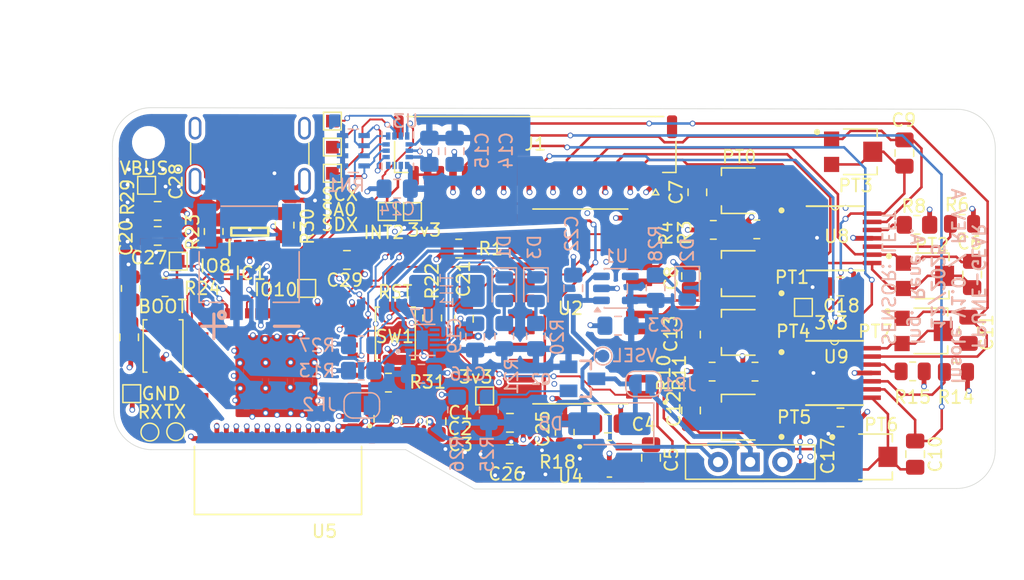
<source format=kicad_pcb>
(kicad_pcb (version 20241229) (generator "pcbnew") (generator_version "9.0")
  (layers (0 "F.Cu" signal) (4 "In1.Cu" power) (6 "In2.Cu" power) (2 "B.Cu" signal) (13 "F.Paste" user) (15 "B.Paste" user) (5 "F.SilkS" user "F.Silkscreen") (7 "B.SilkS" user "B.Silkscreen") (1 "F.Mask" user) (3 "B.Mask" user) (25 "Edge.Cuts" user))
  (net 0 "")
  (net 1 "Net-(U5-IO9)")
  (net 2 "/EN")
  (net 3 "Net-(D2-A)")
  (net 9 "Net-(U2-~{E})")
  (net 10 "/FSR_AnalogFE/FSR_IN")
  (net 12 "Net-(U4-CAP+)")
  (net 13 "Net-(U4-CAP-)")
  (net 20 "unconnected-(U2-I14-Pad17)")
  (net 21 "/FSR_AnalogFE/FSR_OUT_2")
  (net 22 "/FSR_AnalogFE/FSR_OUT_1")
  (net 23 "/FSR_AnalogFE/FSR_OUT_3")
  (net 24 "/FSR_AnalogFE/FSR_OUT_6")
  (net 25 "/FSR_AnalogFE/FSR_OUT_7")
  (net 26 "/FSR_AnalogFE/FSR_OUT_5")
  (net 27 "/FSR_AnalogFE/FSR_OUT_4")
  (net 28 "/FSR_AnalogFE/VINA+")
  (net 29 "/FSR_AnalogFE/VINB+")
  (net 30 "/FSR_AnalogFE/VINC+")
  (net 31 "/FSR_AnalogFE/VIND+")
  (net 32 "/FSR_AnalogFE/VINB1+")
  (net 33 "/FSR_AnalogFE/VINA1+")
  (net 34 "/FSR_AnalogFE/VINC1+")
  (net 35 "/FSR_AnalogFE/VIND1+")
  (net 37 "/FSR_AnalogFE/FSR_OUT_0")
  (net 38 "/Battery Circuit Options/VBUS_IN")
  (net 40 "RX")
  (net 45 "/Battery Circuit Options/~{PG}")
  (net 46 "+3V3")
  (net 47 "/Battery Circuit Options/~{CHG}")
  (net 48 "/Battery Circuit Options/VBat")
  (net 49 "GND")
  (net 50 "/Battery Circuit Options/OUT_~{PG}")
  (net 51 "/Battery Circuit Options/OUT_~{CHG}")
  (net 52 "/Battery Circuit Options/VBUS_OUT_A")
  (net 53 "/USB_TVS_N")
  (net 54 "/USB_TVS_P")
  (net 55 "/USB_P")
  (net 56 "/USB_N")
  (net 57 "VBUS")
  (net 58 "Net-(J2-CC2)")
  (net 59 "Net-(J2-CC1)")
  (net 62 "Net-(Q2-Pad1)")
  (net 63 "/Battery Circuit Options/ISET")
  (net 64 "/Battery Circuit Options/PRETERM")
  (net 65 "CS")
  (net 66 "SDO{slash}SA0")
  (net 67 "SCL")
  (net 68 "SDA")
  (net 69 "/Battery Circuit Options/TS")
  (net 71 "I6")
  (net 72 "I3")
  (net 73 "I2")
  (net 74 "I0")
  (net 75 "I4")
  (net 76 "S3")
  (net 77 "I7")
  (net 78 "I1")
  (net 79 "I5")
  (net 80 "S2")
  (net 81 "S1")
  (net 82 "S0")
  (net 83 "SIG")
  (net 84 "INT")
  (net 85 "TX")
  (net 92 "IO8")
  (net 94 "IO10")
  (net 97 "SDX")
  (net 98 "/Battery Circuit Options/VBUS_OUT_B")
  (net 99 "Vsel")
  (net 100 "SCX")
  (net 101 "INT2")
  (footprint "Resistor_SMD:R_0805_2012Metric" (layer "F.Cu") (at 152.164999 89.779763)
    (property "Reference" "R10")
    (property "Value" "100k")
  )
  (footprint "TestPoint:TestPoint_Pad_1.0x1.0mm" (layer "F.Cu") (at 122.175 69.975)
    (property "Reference" "SCX")
    (property "Value" "TestPoint_Alt")
  )
  (footprint "TestPoint:TestPoint_Pad_D1.0mm" (layer "F.Cu") (at 109.8 94.53 90)
    (property "Reference" "TP6" (hide yes))
    (property "Value" "TestPoint_Alt")
  )
  (footprint "Capacitor_SMD:C_0805_2012Metric_Pad1.18x1.45mm_HandSolder" (layer "F.Cu") (at 162.3 93.4)
    (property "Reference" "C17")
    (property "Value" "1uF")
  )
  (footprint "3x3_TrimPot:TRIM_TC33X-2-302E" (layer "F.Cu") (at 154.7 82.025 180)
    (property "Reference" "PT1")
    (property "Value" "TC33X-2-302E" (hide yes))
  )
  (footprint "Capacitor_SMD:C_0805_2012Metric_Pad1.18x1.45mm_HandSolder" (layer "F.Cu") (at 108.375 79.05)
    (property "Reference" "C27")
    (property "Value" "0.1uF")
  )
  (footprint "Button_Switch_SMD:SW_Push_SPST_NO_Alps_SKRK" (layer "F.Cu") (at 127.15 86.75 90)
    (property "Reference" "SW1")
    (property "Value" "RESET")
  )
  (footprint "TestPoint:TestPoint_Pad_1.0x1.0mm" (layer "F.Cu") (at 126.5 77.125)
    (property "Reference" "INT2")
    (property "Value" "TestPoint_Alt")
  )
  (footprint "Resistor_SMD:R_0805_2012Metric" (layer "F.Cu") (at 171.423665 89.8024 180)
    (property "Reference" "R14")
    (property "Value" "100k")
  )
  (footprint "Resistor_SMD:R_0805_2012Metric" (layer "F.Cu") (at 126.6 90.65 180)
    (property "Reference" "R31")
    (property "Value" "10k")
  )
  (footprint "Resistor_SMD:R_0805_2012Metric" (layer "F.Cu") (at 108.9625 83.1)
    (property "Reference" "R24")
    (property "Value" "10k")
  )
  (footprint "Resistor_SMD:R_0805_2012Metric" (layer "F.Cu") (at 155.693799 78.534363)
    (property "Reference" "R3")
    (property "Value" "100k")
  )
  (footprint "Resistor_SMD:R_0805_2012Metric" (layer "F.Cu") (at 130.06 85.5375 90)
    (property "Reference" "R22")
    (property "Value" "10k")
  )
  (footprint "USBLC6-2SC6:SOT95P280X145-6N" (layer "F.Cu") (at 115.65 78.715 90)
    (property "Reference" "IC1")
    (property "Value" "USBLC6-2SC6" (hide yes))
  )
  (footprint "Capacitor_SMD:C_0805_2012Metric_Pad1.18x1.45mm_HandSolder" (layer "F.Cu") (at 150.5 86.85 90)
    (property "Reference" "C13")
    (property "Value" "10nF")
  )
  (footprint "TestPoint:TestPoint_Pad_1.0x1.0mm" (layer "F.Cu") (at 120.15 83.2)
    (property "Reference" "IO10")
    (property "Value" "TestPoint_Alt")
  )
  (footprint "3x3_TrimPot:TRIM_TC33X-2-302E" (layer "F.Cu") (at 168.967 86.5604)
    (property "Reference" "PT7")
    (property "Value" "TC33X-2-302E" (hide yes))
  )
  (footprint "Resistor_SMD:R_0805_2012Metric_Pad1.20x1.40mm_HandSolder" (layer "F.Cu") (at 168.3458 78.1766 180)
    (property "Reference" "R8")
    (property "Value" "100k")
  )
  (footprint "ESP32-C3-MINI-1-N4:XCVR_ESP32-C3-MINI-1-N4" (layer "F.Cu") (at 117.88 92.77 180)
    (property "Reference" "U5")
    (property "Value" "ESP32-C3-MINI-1-N4")
  )
  (footprint "Resistor_SMD:R_0805_2012Metric" (layer "F.Cu") (at 168.0045 89.7604 180)
    (property "Reference" "R15")
    (property "Value" "100k")
  )
  (footprint "3x3_TrimPot:TRIM_TC33X-2-302E" (layer "F.Cu") (at 169.0745 82.207)
    (property "Reference" "PT2")
    (property "Value" "TC33X-2-302E" (hide yes))
  )
  (footprint "TestPoint:TestPoint_Pad_1.0x1.0mm" (layer "F.Cu") (at 128.5 77.125)
    (property "Reference" "3v3")
    (property "Value" "TestPoint_Alt")
  )
  (footprint "Capacitor_SMD:C_0805_2012Metric_Pad1.18x1.45mm_HandSolder" (layer "F.Cu") (at 136.175 96.3)
    (property "Reference" "C26")
    (property "Value" "1uF")
  )
  (footprint "3x3_TrimPot:TRIM_TC33X-2-302E" (layer "F.Cu") (at 154.7 93.379763 180)
    (property "Reference" "PT5")
    (property "Value" "TC33X-2-302E" (hide yes))
  )
  (footprint "CD74HC4067:SOIC127P1030X265-24N" (layer "F.Cu") (at 141.76 84.625 180)
    (property "Reference" "U2")
    (property "Value" "CD74HC4067M96")
  )
  (footprint "Capacitor_SMD:C_0805_2012Metric_Pad1.18x1.45mm_HandSolder" (layer "F.Cu") (at 172.7 82.1 -90)
    (property "Reference" "C6")
    (property "Value" "10nF")
  )
  (footprint "Resistor_SMD:R_0805_2012Metric" (layer "F.Cu") (at 171.9 78.1 180)
    (property "Reference" "R6")
    (property "Value" "100k")
  )
  (footprint "Capacitor_SMD:C_0805_2012Metric_Pad1.18x1.45mm_HandSolder" (layer "F.Cu") (at 136.2 93.825)
    (property "Reference" "C25")
    (property "Value" "100nF")
  )
  (footprint "Capacitor_SMD:C_0805_2012Metric_Pad1.18x1.45mm_HandSolder" (layer "F.Cu") (at 150.5 92.85 90)
    (property "Reference" "C12")
    (property "Value" "10nF")
  )
  (footprint "Capacitor_SMD:C_0805_2012Metric_Pad1.18x1.45mm_HandSolder" (layer "F.Cu") (at 147.34 96.595 90)
    (property "Reference" "C5")
    (property "Value" "1uF")
  )
  (footprint "Resistor_SMD:R_0805_2012Metric" (layer "F.Cu") (at 132.15 80.05 180)
    (property "Reference" "R1")
    (property "Value" "R")
  )
  (footprint "TestPoint:TestPoint_Pad_1.0x1.0mm" (layer "F.Cu") (at 134.2 91.7)
    (property "Reference" "3v3")
    (property "Value" "TestPoint_Alt")
  )
  (footprint "Button_Switch_SMD:SW_Push_SPST_NO_Alps_SKRK" (layer "F.Cu") (at 108.8 87.75 90)
    (property "Reference" "SW2" (hide yes))
    (property "Value" "BOOT")
  )
  (footprint "3x3_TrimPot:TRIM_TC33X-2-302E" (layer "F.Cu") (at 163.4 72.4)
    (property "Reference" "PT3")
    (property "Value" "TC33X-2-302E" (hide yes))
  )
  (footprint "TestPoint:TestPoint_Pad_1.0x1.0mm" (layer "F.Cu") (at 122.175 72.025)
    (property "Reference" "SA0")
    (property "Value" "TestPoint_Alt")
  )
  (footprint "Capacitor_SMD:C_0805_2012Metric_Pad1.18x1.45mm_HandSolder" (layer "F.Cu") (at 132.56 85.6075 90)
    (property "Reference" "C21")
    (property "Value" "1uF")
  )
  (footprint "Connector_USB:USB_C_Receptacle_GCT_USB4105-xx-A_16P_TopMnt_Horizontal" (layer "F.Cu") (at 115.65 71.61 180)
    (property "Reference" "J2" (hide yes))
    (property "Value" "USB_C_Receptacle_USB2.0_16P")
  )
  (footprint "MCP6004_I_ST:custom" (layer "F.Cu") (at 161.962499 89.731963)
    (property "Reference" "U9")
    (property "Value" "MCP6004-I_ST")
  )
  (footprint "TestPoint:TestPoint_Pad_1.0x1.0mm" (layer "F.Cu") (at 107.5 75.05)
    (property "Reference" "VBUS")
    (property "Value" "TestPoint_Alt")
  )
  (footprint "ADM8829:SOT95P280X145-6N" (layer "F.Cu") (at 144.055 96.665)
    (property "Reference" "U4")
    (property "Value" "~")
  )
  (footprint "MountingHole:MountingHole_2.1mm" (layer "F.Cu") (at 107.65 71.665)
    (property "Reference" "H1" (hide yes))
    (property "Value" "MountingHole")
  )
  (footprint "Capacitor_SMD:C_0805_2012Metric_Pad1.18x1.45mm_HandSolder" (layer "F.Cu") (at 143.935499 93.884363)
    (property "Reference" "C4")
    (property "Value" "1uF")
  )
  (footprint "Capacitor_SMD:C_0805_2012Metric_Pad1.18x1.45mm_HandSolder" (layer "F.Cu") (at 106.125 87.065 90)
    (property "Reference" "C20")
    (property "Value" "0.1uF")
  )
  (footprint "Capacitor_SMD:C_0805_2012Metric_Pad1.18x1.45mm_HandSolder" (layer "F.Cu") (at 130.4 93.7 -90)
    (property "Reference" "C3")
    (property "Value" "1uF")
  )
  (footprint "Button_Switch_THT:SW_Slide-03_Wuerth-WS-SLTV_10x2.5x6.4_P2.54mm" (layer "F.Cu") (at 155.175 96.925)
    (property "Reference" "SW3" (hide yes))
    (property "Value" "SW_Nidec_CAS-120A1")
  )
  (footprint "Capacitor_SMD:C_0805_2012Metric_Pad1.18x1.45mm_HandSolder" (layer "F.Cu") (at 151 75.6 90)
    (property "Reference" "C7")
    (property "Value" "10nF")
  )
  (footprint "Capacitor_SMD:C_0805_2012Metric_Pad1.18x1.45mm_HandSolder" (layer "F.Cu") (at 167.35 72.5 -90)
    (property "Reference" "C9")
    (property "Value" "10nF")
  )
  (footprint "Capacitor_SMD:C_0805_2012Metric_Pad1.18x1.45mm_HandSolder" (layer "F.Cu") (at 168.2 96.3 -90)
    (property "Reference" "C10")
    (property "Value" "10nF")
  )
  (footprint "TestPoint:TestPoint_Pad_1.0x1.0mm" (layer "F.Cu") (at 159.375 84.7)
    (property "Reference" "3v3")
    (property "Value" "TestPoint_Alt")
  )
  (footprint "3x3_TrimPot:TRIM_TC33X-2-302E" (layer "F.Cu") (at 154.7 75.475 180)
    (property "Reference" "PT0")
    (property "Value" "TC33X-2-302E" (hide yes))
  )
  (footprint "Capacitor_SMD:C_0805_2012Metric_Pad1.18x1.45mm_HandSolder" (layer "F.Cu") (at 123.325 80.95 180)
    (property "Reference" "C29")
    (property "Value" "0.1uF")
  )
  (footprint "TestPoint:TestPoint_Pad_1.0x1.0mm" (layer "F.Cu") (at 106.33 91.52)
    (property "Reference" "GND")
    (property "Value" "TestPoint_Alt")
  )
  (footprint "MCP6004_I_ST:custom" (layer "F.Cu") (at 162.008499 79.087763)
    (property "Reference" "U8")
    (property "Value" "MCP6004-I_ST")
  )
  (footprint "Capacitor_SMD:C_0805_2012Metric_Pad1.18x1.45mm_HandSolder" (layer "F.Cu") (at 150.5 82.225 90)
    (property "Reference" "C8")
    (property "Value" "10nF")
  )
  (footprint "MountingHole:MountingHole_2.1mm" (layer "F.Cu") (at 171.65 71.865)
    (property "Reference" "H3" (hide yes))
    (property "Value" "MountingHole")
  )
  (footprint "Capacitor_SMD:C_0805_2012Metric_Pad1.18x1.45mm_HandSolder" (layer "F.Cu") (at 128.375 93.6375 -90)
    (property "Reference" "C1")
    (property "Value" "0.1uF")
  )
  (footprint "Capacitor_SMD:C_0805_2012Metric_Pad1.18x1.45mm_HandSolder" (layer "F.Cu") (at 172.417 86.5104 -90)
    (property "Reference" "C11")
    (property "Value" "10nF")
  )
  (footprint "Resistor_SMD:R_0805_2012Metric" (layer "F.Cu") (at 112.8 78.7025 -90)
    (property "Reference" "R23")
    (property "Value" "5.1k 1%")
  )
  (footprint "3x3_TrimPot:TRIM_TC33X-2-302E" (layer "F.Cu") (at 154.7 86.679763 180)
    (property "Reference" "PT4")
    (property "Value" "TC33X-2-302E" (hide yes))
  )
  (footprint "Resistor_SMD:R_0805_2012Metric" (layer "F.Cu") (at 140.525 94.5775 -90)
    (property "Reference" "R18")
    (property "Value" "3.5k")
  )
  (footprint "TestPoint:TestPoint_Pad_1.0x1.0mm" (layer "F.Cu") (at 110 81.05)
    (property "Reference" "IO8")
    (property "Value" "TestPoint_Alt")
  )
  (footprint "Capacitor_SMD:C_0805_2012Metric_Pad1.18x1.45mm_HandSolder" (layer "F.Cu") (at 126.2 93.515 -90)
    (property "Reference" "C2")
    (property "Value" "0.1uF")
  )
  (footprint "Resistor_SMD:R_0805_2012Metric" (layer "F.Cu") (at 152.259999 78.576363)
    (property "Reference" "R4")
    (property "Value" "100k")
  )
  (footprint "Capacitor_SMD:C_0805_2012Metric_Pad1.18x1.45mm_HandSolder" (layer "F.Cu") (at 108.375 77.075)
    (property "Reference" "C28")
    (property "Value" "10uF")
  )
  (footprint "Resistor_SMD:R_0805_2012Metric" (layer "F.Cu") (at 155.552999 89.779763)
    (property "Reference" "R11")
    (property "Value" "100k")
  )
  (footprint "Connector_Samtec_MicroMate:Samtec_T1M-20-X-S-RA_1x20-1MP_P1.0mm_Terminal_Horizontal" (layer "F.Cu") (at 138.2 72.2 180)
    (property "Reference" "J1")
    (property "Value" "Conn_01x20")
  )
  (footprint "Resistor_SMD:R_0805_2012Metric" (layer "F.Cu") (at 118.4 78.2 -90)
    (property "Reference" "R30")
    (property "Value" "5.1k 1%")
  )
  (footprint "3x3_TrimPot:TRIM_TC33X-2-302E" (layer "F.Cu") (at 164.6 96.515)
    (property "Reference" "PT6")
    (property "Value" "TC33X-2-302E" (hide yes))
  )
  (footprint "Resistor_SMD:R_0805_2012Metric" (layer "F.Cu") (at 106.25 83.2025 -90)
    (property "Reference" "R29")
    (property "Value" "10k")
  )
  (footprint "TestPoint:TestPoint_Pad_1.0x1.0mm" (layer "F.Cu") (at 122.175 74.1)
    (property "Reference" "SDX")
    (property "Value" "TestPoint_Alt")
  )
  (footprint "TestPoint:TestPoint_Pad_D1.0mm" (layer "F.Cu") (at 107.76 94.56 90)
    (property "Reference" "TP5" (hide yes))
    (property "Value" "TestPoint_Alt")
  )
  (footprint "MountingHole:MountingHole_2.1mm" (layer "F.Cu") (at 171.65 96.065)
    (property "Reference" "H2" (hide yes))
    (property "Value" "MountingHole")
  )
  (footprint "Capacitor_SMD:C_0805_2012Metric_Pad1.18x1.45mm_HandSolder" (layer "F.Cu") (at 162.3 83.05)
    (property "Reference" "C18")
    (property "Value" "1uF")
  )
  (footprint "Capacitor_SMD:C_0805_2012Metric_Pad1.18x1.45mm_HandSolder" (layer "B.Cu") (at 129.2 89.95 180)
    (property "Reference" "C16")
    (property "Value" "1uF")
  )
  (footprint "Resistor_SMD:R_0805_2012Metric_Pad1.20x1.40mm_HandSolder" (layer "B.Cu") (at 134.525 92.8 90)
    (property "Reference" "R25")
    (property "Value" "1k")
  )
  (footprint "Resistor_SMD:R_0805_2012Metric_Pad1.20x1.40mm_HandSolder" (layer "B.Cu") (at 124.45 89.7 180)
    (property "Reference" "R13")
    (property "Value" "1.1k")
  )
  (footprint "Capacitor_SMD:C_0805_2012Metric_Pad1.18x1.45mm_HandSolder" (layer "B.Cu") (at 129.83 72.355 -90)
    (property "Reference" "C15")
    (property "Value" "100nF")
  )
  (footprint "Jumper:SolderJumper-2_P1.3mm_Open_RoundedPad1.0x1.5mm" (layer "B.Cu") (at 124.5 92.45)
    (property "Reference" "JP2")
    (property "Value" "SolderJumper_2_Open")
  )
  (footprint "Resistor_SMD:R_0805_2012Metric_Pad1.20x1.40mm_HandSolder" (layer "B.Cu") (at 124.45 87.7 180)
    (property "Reference" "R27")
    (property "Value" "2.0k")
  )
  (footprint "Jumper:SolderJumper-2_P1.3mm_Open_RoundedPad1.0x1.5mm" (layer "B.Cu") (at 146.75 90.75)
    (property "Reference" "JP1")
    (property "Value" "SolderJumper_2_Open")
  )
  (footprint "thermistor_10k_NTC_solderPad:thermistor_10k_NTC_SolderPad" (layer "B.Cu") (at 131.218 83.4 180)
    (property "Reference" "TH1")
    (property "Value" "Thermistor_NTC")
  )
  (footprint "Capacitor_SMD:C_0805_2012Metric_Pad1.18x1.45mm_HandSolder" (layer "B.Cu") (at 127.2925 75.3175 180)
    (property "Reference" "C24")
    (property "Value" "100nF")
  )
  (footprint "Resistor_SMD:R_0805_2012Metric_Pad1.20x1.40mm_HandSolder" (layer "B.Cu") (at 132.025 92.8 90)
    (property "Reference" "R26")
    (property "Value" "10k")
  )
  (footprint "Resistor_SMD:R_0805_2012Metric_Pad1.20x1.40mm_HandSolder" (layer "B.Cu") (at 147.7 83.15 90)
    (property "Reference" "R28")
    (property "Value" "1.5k")
  )
  (footprint "Diode_SMD:D_SMA" (layer "B.Cu") (at 144.05 93.9 180)
    (property "Reference" "D5")
    (property "Value" "SS24")
  )
  (footprint "BQ24040DSQR:SON40P200X200X80-11N" (layer "B.Cu") (at 129.265 87.275)
    (property "Reference" "U7")
    (property "Value" "BQ24040DSQR")
  )
  (footprint "TestPoint:TestPoint_Pad_D1.0mm" (layer "B.Cu") (at 143.55 88.55 180)
    (property "Reference" "VSEL")
    (property "Value" "TestPoint_Alt")
  )
  (footprint "Capacitor_SMD:C_0805_2012Metric_Pad1.18x1.45mm_HandSolder" (layer "B.Cu") (at 144.7375 86.15)
    (property "Reference" "C23")
    (property "Value" "1uF")
  )
  (footprint "Resistor_SMD:R_Array_Concave_4x0603" (layer "B.Cu") (at 123.83 72.3175 180)
    (property "Reference" "RN1")
    (property "Value" "10k")
  )
  (footprint "LED_SMD:LED_0805_2012Metric" (layer "B.Cu") (at 150.2 83.15 -90)
    (property "Reference" "D2")
    (property "Value" "LED")
  )
  (footprint "Package_TO_SOT_SMD:SOT-23-5" (layer "B.Cu") (at 144.5625 83.2)
    (property "Reference" "U1")
    (property "Value" "ME6211C33M5")
  )
  (footprint "JST-PH2-2.00MM-SMD-HORIZONTAL:JST_S2B-PH-SM4-TB_LF__SN_" (layer "B.Cu") (at 115.6 83.95)
    (property "Reference" "J4" (hide yes))
    (property "Value" "S2B-PH-SM4-TB_LF__SN_")
  )
  (footprint "LED_SMD:LED_0805_2012Metric" (layer "B.Cu") (at 135.75 83.2625 -90)
    (property "Reference" "D1")
    (property "Value" "LED")
  )
  (footprint "Resistor_SMD:R_0805_2012Metric_Pad1.20x1.40mm_HandSolder" (layer "B.Cu") (at 138.25 86.975 90)
    (property "Reference" "R20")
    (property "Value" "1.5k")
  )
  (footprint "Capacitor_SMD:C_0805_2012Metric_Pad1.18x1.45mm_HandSolder" (layer "B.Cu") (at 131.83 72.355 -90)
    (property "Reference" "C14")
    (property "Value" "1uF")
  )
  (footprint "FDN306P:SSOT-3" (layer "B.Cu") (at 141.925 90.35 90)
    (property "Reference" "Q2")
    (property "Value" "FDN306P")
  )
  (footprint "Capacitor_SMD:C_0805_2012Metric_Pad1.18x1.45mm_HandSolder" (layer "B.Cu") (at 133.45 87.0375 -90)
    (property "Reference" "C19")
    (property "Value" "1uF")
  )
  (footprint "LED_SMD:LED_0805_2012Metric" (layer "B.Cu") (at 138.25 83.2625 -90)
    (property "Reference" "D3")
    (property "Value" "LED")
  )
  (footprint "LDM6S032TR:XDCR_LSM6DSO32TR" (layer "B.Cu") (at 127.33 72.3175 -90)
    (property "Reference" "U3")
    (property "Value" "LSM6DSO32TR")
  )
  (footprint "Capacitor_SMD:C_0805_2012Metric_Pad1.18x1.45mm_HandSolder" (layer "B.Cu") (at 141.2 83.1875 -90)
    (property "Reference" "C22")
    (property "Value" "1uF")
  )
  (footprint "Resistor_SMD:R_0805_2012Metric_Pad1.20x1.40mm_HandSolder" (layer "B.Cu") (at 135.75 86.975 90)
    (property "Reference" "R21")
    (property "Value" "1.5k")
  )
  (gr_line (start 127.961 95.94613) (end 133.389 99.053869) (stroke (width 0.05)) (layer "Edge.Cuts"))
  (gr_arc (start 107.855242 95.95) (mid 105.778203 95.045124) (end 104.898525 92.957289) (stroke (width 0.05)) (layer "Edge.Cuts"))
  (gr_line (start 171.480739 69.038261) (end 107.85 68.915) (stroke (width 0.05)) (layer "Edge.Cuts"))
  (gr_line (start 174.52539 95.966) (end 174.528739 72.086261) (stroke (width 0.05)) (layer "Edge.Cuts"))
  (gr_line (start 127.961 95.94613) (end 107.855242 95.95) (stroke (width 0.05)) (layer "Edge.Cuts"))
  (gr_arc (start 104.802 71.963) (mid 105.694739 69.807739) (end 107.85 68.915) (stroke (width 0.05)) (layer "Edge.Cuts"))
  (gr_line (start 104.802 71.963) (end 104.90067 92.957289) (stroke (width 0.05)) (layer "Edge.Cuts"))
  (gr_arc (start 171.480739 69.038261) (mid 173.635989 69.931011) (end 174.528739 72.086261) (stroke (width 0.05)) (layer "Edge.Cuts"))
  (gr_arc (start 174.52539 95.966) (mid 173.63268 98.121287) (end 171.47739 99.014) (stroke (width 0.05)) (layer "Edge.Cuts"))
  (gr_line (start 133.389 99.05471) (end 171.47739 99.014) (stroke (width 0.05)) (layer "Edge.Cuts"))
  (gr_text "TX" (at 108.8 93.55 0) (layer "F.SilkS") (effects (font (size 1.016 1) (thickness 0.1524)) (justify left bottom)))
  (gr_text "RST" (at 125.675 84.075 0) (layer "F.SilkS") (effects (font (size 1.016 1) (thickness 0.152908)) (justify left bottom)))
  (gr_text "RX" (at 106.7 93.575 0) (layer "F.SilkS") (effects (font (size 1.016 1) (thickness 0.1524)) (justify left bottom)))
  (gr_text "BOOT" (at 106.75 85.225 0) (layer "F.SilkS") (effects (font (size 1.016 1) (thickness 0.152908)) (justify left bottom)))
  (gr_text "SENSOR: LEFT" (at 165.475 87.8 270) (layer "B.SilkS") (effects (font (size 1.016 1.016) (thickness 0.152908)) (justify left bottom mirror)))
  (gr_text "FPUNE-GEAR\nInsole_V1.0 / REV A\n12/2025\nIng. René A." (at 167.77 83.03 270) (layer "B.SilkS") (effects (font (size 1 1) (thickness 0.1778) (bold yes)) (justify bottom mirror)))
  (gr_text "+\n" (at 111.075 84.9 180) (layer "B.SilkS") (effects (font (size 2.54 2.54) (thickness 0.254)) (justify left bottom mirror)))
  (gr_text "-" (at 116.825 84.9 180) (layer "B.SilkS") (effects (font (size 2.54 2.54) (thickness 0.254)) (justify left bottom mirror)))
  (segment (start 113.302945 84.002945) (end 113.85 84.55) (width 0.2) (layer "F.Cu") (net 1))
  (segment (start 106.25 85.9025) (end 106.25 84.115) (width 0.2) (layer "F.Cu") (net 1))
  (segment (start 109.05 82.42634) (end 108.98 82.49634) (width 0.2) (layer "F.Cu") (net 1))
  (segment (start 113.85 84.55) (end 113.85 85.19) (width 0.2) (layer "F.Cu") (net 1))
  (segment (start 106.25 86.0275) (end 106.125 86.0275) (width 0.2) (layer "F.Cu") (net 1))
  (segment (start 106.7725 86.55) (end 106.25 86.0275) (width 0.2) (layer "F.Cu") (net 1))
  (segment (start 108.98 84.67) (end 108.8 84.85) (width 0.2) (layer "F.Cu") (net 1))
  (segment (start 108.98 82.49634) (end 108.98 84.67) (width 0.2) (layer "F.Cu") (net 1))
  (segment (start 107.9 86.55) (end 106.7725 86.55) (width 0.2) (layer "F.Cu") (net 1))
  (segment (start 108.8 84.85) (end 108.8 85.65) (width 0.2) (layer "F.Cu") (net 1))
  (segment (start 108.8 85.65) (end 107.9 86.55) (width 0.2) (layer "F.Cu") (net 1))
  (segment (start 113.85 85.19) (end 113.825 85.215) (width 0.2) (layer "F.Cu") (net 1))
  (segment (start 113.2519 84.002945) (end 113.302945 84.002945) (width 0.2) (layer "F.Cu") (net 1))
  (segment (start 109.05 82.06) (end 109.05 82.42634) (width 0.2) (layer "F.Cu") (net 1))
  (segment (start 106.125 86.0275) (end 106.25 85.9025) (width 0.2) (layer "F.Cu") (net 1))
  (via (at 109.05 82.06) (size 0.45) (drill 0.3) (layers "F.Cu" "B.Cu") (net 1))
  (via (at 113.2519 84.002945) (size 0.45) (drill 0.3) (layers "F.Cu" "B.Cu") (net 1))
  (segment (start 113.2519 83.9519) (end 113.2519 84.002945) (width 0.2) (layer "B.Cu") (net 1))
  (segment (start 109.05 82.06) (end 109.12 82.13) (width 0.2) (layer "B.Cu") (net 1))
  (segment (start 109.12 82.13) (end 111.43 82.13) (width 0.2) (layer "B.Cu") (net 1))
  (segment (start 111.43 82.13) (end 113.2519 83.9519) (width 0.2) (layer "B.Cu") (net 1))
  (segment (start 127.05 84.75) (end 127.15 84.65) (width 0.1524) (layer "F.Cu") (net 2))
  (segment (start 127.05 85.1) (end 127.05 84.75) (width 0.1524) (layer "F.Cu") (net 2))
  (segment (start 123.812 88.602) (end 123.725 88.515) (width 0.1524) (layer "F.Cu") (net 2))
  (segment (start 132.5925 84.57) (end 132.6 84.5625) (width 0.2) (layer "F.Cu") (net 2))
  (segment (start 124.475 88.51) (end 124.383 88.602) (width 0.1524) (layer "F.Cu") (net 2))
  (segment (start 126.68 85.47) (end 127.05 85.1) (width 0.1524) (layer "F.Cu") (net 2))
  (segment (start 123.69 88.55) (end 123.725 88.515) (width 0.1524) (layer "F.Cu") (net 2))
  (segment (start 127.15 84.5) (end 127.22 84.57) (width 0.2) (layer "F.Cu") (net 2))
  (segment (start 127.15 84.65) (end 127.15 84.5) (width 0.2) (layer "F.Cu") (net 2))
  (segment (start 124.383 88.602) (end 123.812 88.602) (width 0.1524) (layer "F.Cu") (net 2))
  (segment (start 127.22 84.57) (end 132.5925 84.57) (width 0.2) (layer "F.Cu") (net 2))
  (via (at 126.68 85.47) (size 0.45) (drill 0.3) (layers "F.Cu" "B.Cu") (net 2))
  (via (at 124.475 88.51) (size 0.45) (drill 0.3) (layers "F.Cu" "B.Cu") (net 2))
  (segment (start 125.01484 86.549) (end 125.794877 86.549) (width 0.1524) (layer "B.Cu") (net 2))
  (segment (start 124.4 87.16384) (end 125.01484 86.549) (width 0.1524) (layer "B.Cu") (net 2))
  (segment (start 124.4 88.435) (end 124.4 87.16384) (width 0.1524) (layer "B.Cu") (net 2))
  (segment (start 124.475 88.51) (end 124.4 88.435) (width 0.1524) (layer "B.Cu") (net 2))
  (segment (start 126.68 85.663877) (end 126.68 85.47) (width 0.1524) (layer "B.Cu") (net 2))
  (segment (start 125.794877 86.549) (end 126.68 85.663877) (width 0.1524) (layer "B.Cu") (net 2))
  (segment (start 148.2625 82.15) (end 150.2 84.0875) (width 0.254) (layer "B.Cu") (net 3))
  (segment (start 147.7 82.15) (end 148.2625 82.15) (width 0.254) (layer "B.Cu") (net 3))
  (segment (start 137.12 80.18) (end 133.275 80.18) (width 0.1524) (layer "F.Cu") (net 9))
  (segment (start 133.275 80.18) (end 133.195 80.1) (width 0.1524) (layer "F.Cu") (net 9))
  (segment (start 131.4 76.5) (end 130.7 75.8) (width 0.2) (layer "F.Cu") (net 10))
  (segment (start 140.75 95.715) (end 142.91 95.715) (width 0.2) (layer "F.Cu") (net 10))
  (segment (start 138.7 76.5) (end 131.4 76.5) (width 0.2) (layer "F.Cu") (net 10))
  (segment (start 142.85 95.655) (end 142.91 95.715) (width 0.2) (layer "F.Cu") (net 10))
  (segment (start 140.525 95.49) (end 140.75 95.715) (width 0.2) (layer "F.Cu") (net 10))
  (segment (start 138.95 85.15) (end 142.95 81.15) (width 0.2) (layer "F.Cu") (net 10))
  (segment (start 138.95 94.7) (end 138.95 85.15) (width 0.2) (layer "F.Cu") (net 10))
  (segment (start 128.835 74.215) (end 130.7 74.215) (width 0.2) (layer "F.Cu") (net 10))
  (segment (start 130.7 75.8) (end 130.7 74.215) (width 0.2) (layer "F.Cu") (net 10))
  (segment (start 142.85 93.932362) (end 142.85 95.655) (width 0.2) (layer "F.Cu") (net 10))
  (segment (start 142.5 77.85) (end 140.05 77.85) (width 0.2) (layer "F.Cu") (net 10))
  (segment (start 128.7 74.215) (end 128.7 74.25) (width 0.2) (layer "F.Cu") (net 10))
  (segment (start 140.525 95.49) (end 139.74 95.49) (width 0.2) (layer "F.Cu") (net 10))
  (segment (start 142.897999 93.884363) (end 142.85 93.932362) (width 0.2) (layer "F.Cu") (net 10))
  (segment (start 140.05 77.85) (end 138.7 76.5) (width 0.2) (layer "F.Cu") (net 10))
  (segment (start 142.8 78.15) (end 142.5 77.85) (width 0.2) (layer "F.Cu") (net 10))
  (segment (start 128.75 74.3) (end 128.835 74.215) (width 0.2) (layer "F.Cu") (net 10))
  (segment (start 139.74 95.49) (end 138.95 94.7) (width 0.2) (layer "F.Cu") (net 10))
  (segment (start 128.7 74.25) (end 128.75 74.3) (width 0.2) (layer "F.Cu") (net 10))
  (via (at 142.95 81.15) (size 0.45) (drill 0.3) (layers "F.Cu" "B.Cu") (net 10))
  (via (at 142.8 78.15) (size 0.45) (drill 0.3) (layers "F.Cu" "B.Cu") (net 10))
  (segment (start 142.95 81.15) (end 142.95 78.3) (width 0.2) (layer "B.Cu") (net 10))
  (segment (start 142.95 78.3) (end 142.8 78.15) (width 0.2) (layer "B.Cu") (net 10))
  (segment (start 147.1825 95.715) (end 145.2 95.715) (width 0.2) (layer "F.Cu") (net 12))
  (segment (start 147.34 95.5575) (end 147.1825 95.715) (width 0.2) (layer "F.Cu") (net 12))
  (segment (start 146.749988 98.439429) (end 144.430885 98.439429) (width 0.2) (layer "F.Cu") (net 13))
  (segment (start 144.430885 98.439429) (end 144.428404 98.44191) (width 0.2) (layer "F.Cu") (net 13))
  (segment (start 147.34 97.849417) (end 146.749988 98.439429) (width 0.2) (layer "F.Cu") (net 13))
  (segment (start 143.243177 98.443177) (end 142.91 98.11) (width 0.2) (layer "F.Cu") (net 13))
  (segment (start 147.34 97.6325) (end 147.34 97.849417) (width 0.2) (layer "F.Cu") (net 13))
  (segment (start 142.91 98.11) (end 142.91 97.615) (width 0.2) (layer "F.Cu") (net 13))
  (segment (start 144.428404 98.44191) (end 143.243177 98.443177) (width 0.2) (layer "F.Cu") (net 13))
  (segment (start 137.4 82.4984) (end 137.4 82.5) (width 0.2) (layer "F.Cu") (net 20))
  (segment (start 164.802499 80.535563) (end 166.603063 80.535563) (width 0.2) (layer "F.Cu") (net 21))
  (segment (start 164.802499 80.535563) (end 164.766936 80.5) (width 0.2) (layer "F.Cu") (net 21))
  (segment (start 172.643 81.1195) (end 172.7 81.0625) (width 0.2) (layer "F.Cu") (net 21))
  (segment (start 171.8695 81.1195) (end 172.643 81.1195) (width 0.2) (layer "F.Cu") (net 21))
  (segment (start 142.7 73.35) (end 142.7 74.215) (width 0.2) (layer "F.Cu") (net 21))
  (segment (start 167.2745 81.207) (end 168.293 81.207) (width 0.2) (layer "F.Cu") (net 21))
  (segment (start 166.603063 80.535563) (end 167.2745 81.207) (width 0.2) (layer "F.Cu") (net 21))
  (segment (start 162.1 79.15) (end 162.1 75.75) (width 0.2) (layer "F.Cu") (net 21))
  (segment (start 168.293 81.207) (end 168.8 80.7) (width 0.2) (layer "F.Cu") (net 21))
  (segment (start 162.1 75.75) (end 158.45 72.1) (width 0.2) (layer "F.Cu") (net 21))
  (segment (start 163.45 80.5) (end 162.1 79.15) (width 0.2) (layer "F.Cu") (net 21))
  (segment (start 143.95 72.1) (end 142.7 73.35) (width 0.2) (layer "F.Cu") (net 21))
  (segment (start 171.45 80.7) (end 171.8695 81.1195) (width 0.2) (layer "F.Cu") (net 21))
  (segment (start 168.8 80.7) (end 171.45 80.7) (width 0.2) (layer "F.Cu") (net 21))
  (segment (start 158.45 72.1) (end 143.95 72.1) (width 0.2) (layer "F.Cu") (net 21))
  (segment (start 164.766936 80.5) (end 163.45 80.5) (width 0.2) (layer "F.Cu") (net 21))
  (segment (start 159.897099 80.535563) (end 159.998099 80.636563) (width 0.2) (layer "F.Cu") (net 22))
  (segment (start 145.25 72.6) (end 158.1 72.6) (width 0.2) (layer "F.Cu") (net 22))
  (segment (start 144.7 74.215) (end 144.7 73.15) (width 0.2) (layer "F.Cu") (net 22))
  (segment (start 160.2 80.838464) (end 160.2 81.472863) (width 0.2) (layer "F.Cu") (net 22))
  (segment (start 160.961536 80.838464) (end 160.2 80.838464) (width 0.2) (layer "F.Cu") (net 22))
  (segment (start 150.980335 83.2625) (end 156.1375 83.2625) (width 0.2) (layer "F.Cu") (net 22))
  (segment (start 161.5 76) (end 161.5 80.3) (width 0.2) (layer "F.Cu") (net 22))
  (segment (start 144.7 73.15) (end 145.25 72.6) (width 0.2) (layer "F.Cu") (net 22))
  (segment (start 156.1375 83.2625) (end 156.375 83.025) (width 0.2) (layer "F.Cu") (net 22))
  (segment (start 160.2 81.472863) (end 158.647863 83.025) (width 0.2) (layer "F.Cu") (net 22))
  (segment (start 158.647863 83.025) (end 156.375 83.025) (width 0.2) (layer "F.Cu") (net 22))
  (segment (start 158.960499 80.535563) (end 159.897099 80.535563) (width 0.2) (layer "F.Cu") (net 22))
  (segment (start 159.998099 80.636563) (end 160.2 80.838464) (width 0.2) (layer "F.Cu") (net 22))
  (segment (start 158.1 72.6) (end 161.5 76) (width 0.2) (layer "F.Cu") (net 22))
  (segment (start 161.5 80.3) (end 160.961536 80.838464) (width 0.2) (layer "F.Cu") (net 22))
  (segment (start 149.85 71.65) (end 148.4 71.65) (width 0.2) (layer "F.Cu") (net 23))
  (segment (start 163.1 70.75) (end 165.55 70.75) (width 0.2) (layer "F.Cu") (net 23))
  (segment (start 142.55 71.2) (end 140.7 73.05) (width 0.2) (layer "F.Cu") (net 23))
  (segment (start 168.0125 71.4625) (end 167.35 71.4625) (width 0.2) (layer "F.Cu") (net 23))
  (segment (start 161.6 71.4) (end 161.615637 71.384363) (width 0.2) (layer "F.Cu") (net 23))
  (segment (start 165.955237 77.944763) (end 168.7 75.2) (width 0.2) (layer "F.Cu") (net 23))
  (segment (start 166.2659 71.4659) (end 167.3466 71.4659) (width 0.2) (layer "F.Cu") (net 23))
  (segment (start 150.3 71.2) (end 149.85 71.65) (width 0.2) (layer "F.Cu") (net 23))
  (segment (start 140.7 73.05) (end 140.7 74.215) (width 0.2) (layer "F.Cu") (net 23))
  (segment (start 162.465637 71.384363) (end 163.1 70.75) (width 0.2) (layer "F.Cu") (net 23))
  (segment (start 167.3466 71.4659) (end 167.35 71.4625) (width 0.2) (layer "F.Cu") (net 23))
  (segment (start 168.7 72.15) (end 168.0125 71.4625) (width 0.2) (layer "F.Cu") (net 23))
  (segment (start 161.6 71.4) (end 161.4 71.2) (width 0.2) (layer "F.Cu") (net 23))
  (segment (start 148.4 71.65) (end 147.95 71.2) (width 0.2) (layer "F.Cu") (net 23))
  (segment (start 147.95 71.2) (end 142.55 71.2) (width 0.2) (layer "F.Cu") (net 23))
  (segment (start 161.615637 71.384363) (end 162.465637 71.384363) (width 0.2) (layer "F.Cu") (net 23))
  (segment (start 161.4 71.2) (end 150.3 71.2) (width 0.2) (layer "F.Cu") (net 23))
  (segment (start 168.7 75.2) (end 168.7 72.15) (width 0.2) (layer "F.Cu") (net 23))
  (segment (start 165.55 70.75) (end 166.2659 71.4659) (width 0.2) (layer "F.Cu") (net 23))
  (segment (start 164.802499 77.944763) (end 165.955237 77.944763) (width 0.2) (layer "F.Cu") (net 23))
  (segment (start 134.7 73.06) (end 134.7 74.215) (width 0.2) (layer "F.Cu") (net 24))
  (segment (start 169.3375 95.2625) (end 168.2 95.2625) (width 0.2) (layer "F.Cu") (net 24))
  (segment (start 162.45 95.165) (end 162.8 95.515) (width 0.2) (layer "F.Cu") (net 24))
  (segment (start 164.756499 91.179763) (end 163.120237 91.179763) (width 0.2) (layer "F.Cu") (net 24))
  (segment (start 140.97 71.11) (end 136.65 71.11) (width 0.2) (layer "F.Cu") (net 24))
  (segment (start 162.45 91.85) (end 162.45 95.165) (width 0.2) (layer "F.Cu") (net 24))
  (segment (start 164.756499 91.179763) (end 165.779763 91.179763) (width 0.2) (layer "F.Cu") (net 24))
  (segment (start 168.2 93.6) (end 168.2 95.2625) (width 0.2) (layer "F.Cu") (net 24))
  (segment (start 170.3 92.55) (end 170.3 94.3) (width 0.2) (layer "F.Cu") (net 24))
  (segment (start 165.779763 91.179763) (end 168.2 93.6) (width 0.2) (layer "F.Cu") (net 24))
  (segment (start 170.3 94.3) (end 169.3375 95.2625) (width 0.2) (layer "F.Cu") (net 24))
  (segment (start 163.120237 91.179763) (end 162.45 91.85) (width 0.2) (layer "F.Cu") (net 24))
  (segment (start 136.65 71.11) (end 134.7 73.06) (width 0.2) (layer "F.Cu") (net 24))
  (via (at 170.3 92.55) (size 0.45) (drill 0.3) (layers "F.Cu" "B.Cu") (net 24))
  (via (at 140.97 71.11) (size 0.45) (drill 0.3) (layers "F.Cu" "B.Cu") (net 24))
  (segment (start 170.3 92.55) (end 170.3 90.97) (width 0.2) (layer "B.Cu") (net 24))
  (segment (start 167.19 71.11) (end 140.97 71.11) (width 0.2) (layer "B.Cu") (net 24))
  (segment (start 170.28 90.95) (end 170.28 74.2) (width 0.2) (layer "B.Cu") (net 24))
  (segment (start 170.3 90.97) (end 170.28 90.95) (width 0.2) (layer "B.Cu") (net 24))
  (segment (start 170.28 74.2) (end 167.19 71.11) (width 0.2) (layer "B.Cu") (net 24))
  (segment (start 173.1771 85.4729) (end 172.417 85.4729) (width 0.2) (layer "F.Cu") (net 25))
  (segment (start 132.7 73.440001) (end 132.7 74.215) (width 0.2) (layer "F.Cu") (net 25))
  (segment (start 135.974001 70.166) (end 132.7 73.440001) (width 0.2) (layer "F.Cu") (net 25))
  (segment (start 171.9941 85.05) (end 168.85 85.05) (width 0.2) (layer "F.Cu") (net 25))
  (segment (start 173.925967 84.724033) (end 173.1771 85.4729) (width 0.2) (layer "F.Cu") (net 25))
  (segment (start 168.3396 85.5604) (end 167.167 85.5604) (width 0.2) (layer "F.Cu") (net 25))
  (segment (start 147.193 70.166) (end 135.974001 70.166) (width 0.2) (layer "F.Cu") (net 25))
  (segment (start 172.417 85.4729) (end 171.9941 85.05) (width 0.2) (layer "F.Cu") (net 25))
  (segment (start 173.85 86.9059) (end 172.417 85.4729) (width 0.2) (layer "F.Cu") (net 25))
  (segment (start 173.111037 88.588963) (end 173.85 87.85) (width 0.2) (layer "F.Cu") (net 25))
  (segment (start 150.622 70.166) (end 167.766 70.166) (width 0.2) (layer "F.Cu") (net 25))
  (segment (start 168.85 85.05) (end 168.3396 85.5604) (width 0.2) (layer "F.Cu") (net 25))
  (segment (start 164.756499 88.588963) (end 173.111037 88.588963) (width 0.2) (layer "F.Cu") (net 25))
  (segment (start 173.925967 76.325967) (end 173.925967 84.724033) (width 0.2) (layer "F.Cu") (net 25))
  (segment (start 167.766 70.166) (end 173.925967 76.325967) (width 0.2) (layer "F.Cu") (net 25))
  (segment (start 173.85 87.85) (end 173.85 86.9059) (width 0.2) (layer "F.Cu") (net 25))
  (via (at 150.622 70.166) (size 0.45) (drill 0.3) (layers "F.Cu" "B.Cu") (net 25))
  (via (at 147.193 70.166) (size 0.45) (drill 0.3) (layers "F.Cu" "B.Cu") (net 25))
  (segment (start 147.193 70.166) (end 150.622 70.166) (width 0.2) (layer "B.Cu") (net 25))
  (segment (start 155.182737 94.617263) (end 155.420237 94.379763) (width 0.2) (layer "F.Cu") (net 26))
  (segment (start 160.640237 91.609763) (end 160.640237 91.179763) (width 0.2) (layer "F.Cu") (net 26))
  (segment (start 140.56 72.05) (end 140.45 71.94) (width 0.2) (layer "F.Cu") (net 26))
  (segment (start 157.870237 94.379763) (end 160.640237 91.609763) (width 0.2) (layer "F.Cu") (net 26))
  (segment (start 140.45 71.94) (end 137.25 71.94) (width 0.2) (layer "F.Cu") (net 26))
  (segment (start 164.775735 82.524265) (end 164.775735 84.474265) (width 0.2) (layer "F.Cu") (net 26))
  (segment (start 136.7 74.215) (end 136.9 74.415) (width 0.2) (layer "F.Cu") (net 26))
  (segment (start 137.25 71.94) (end 136.7 72.49) (width 0.2) (layer "F.Cu") (net 26))
  (segment (start 158.914499 91.179763) (end 160.640237 91.179763) (width 0.2) (layer "F.Cu") (net 26))
  (segment (start 156.352499 94.379763) (end 157.870237 94.379763) (width 0.2) (layer "F.Cu") (net 26))
  (segment (start 164.775735 84.474265) (end 161.65 87.6) (width 0.2) (layer "F.Cu") (net 26))
  (segment (start 155.420237 94.379763) (end 156.352499 94.379763) (width 0.2) (layer "F.Cu") (net 26))
  (segment (start 161.65 87.6) (end 161.65 90.17) (width 0.2) (layer "F.Cu") (net 26))
  (segment (start 136.7 72.49) (end 136.7 74.215) (width 0.2) (layer "F.Cu") (net 26))
  (segment (start 151.179763 94.617263) (end 155.182737 94.617263) (width 0.2) (layer "F.Cu") (net 26))
  (segment (start 140.716 72.05) (end 140.56 72.05) (width 0.2) (layer "F.Cu") (net 26))
  (segment (start 150.45 93.8875) (end 150.45 94.3875) (width 0.2) (layer "F.Cu") (net 26))
  (segment (start 161.65 90.17) (end 160.640237 91.179763) (width 0.2) (layer "F.Cu") (net 26))
  (segment (start 150.45 93.8875) (end 151.179763 94.617263) (width 0.2) (layer "F.Cu") (net 26))
  (via (at 164.775735 82.524265) (size 0.45) (drill 0.3) (layers "F.Cu" "B.Cu") (net 26))
  (via (at 140.716 72.05) (size 0.45) (drill 0.3) (layers "F.Cu" "B.Cu") (net 26))
  (segment (start 164.26 82.00853) (end 164.26 73.72) (width 0.2) (layer "B.Cu") (net 26))
  (segment (start 162.59 72.05) (end 140.716 72.05) (width 0.2) (layer "B.Cu") (net 26))
  (segment (start 164.775735 82.524265) (end 164.26 82.00853) (width 0.2) (layer "B.Cu") (net 26))
  (segment (start 164.26 73.72) (end 162.59 72.05) (width 0.2) (layer "B.Cu") (net 26))
  (segment (start 138.7 73.369) (end 138.7 74.215) (width 0.2) (layer "F.Cu") (net 27))
  (segment (start 158.914499 88.588963) (end 158.914499 88.635501) (width 0.2) (layer "F.Cu") (net 27))
  (segment (start 154.920237 87.679763) (end 154.7 87.9) (width 0.2) (layer "F.Cu") (net 27))
  (segment (start 161.95 86.490062) (end 159.851099 88.588963) (width 0.2) (layer "F.Cu") (net 27))
  (segment (start 156.352499 87.679763) (end 154.920237 87.679763) (width 0.2) (layer "F.Cu") (net 27))
  (segment (start 161.95 85.55) (end 161.95 86.490062) (width 0.2) (layer "F.Cu") (net 27))
  (segment (start 154.7 87.9) (end 150.4875 87.9) (width 0.2) (layer "F.Cu") (net 27))
  (segment (start 158.914499 88.588963) (end 157.261699 88.588963) (width 0.2) (layer "F.Cu") (net 27))
  (segment (start 150.4875 87.9) (end 150.5 87.8875) (width 0.2) (layer "F.Cu") (net 27))
  (segment (start 157.261699 88.588963) (end 156.352499 87.679763) (width 0.2) (layer "F.Cu") (net 27))
  (segment (start 159.851099 88.588963) (end 158.914499 88.588963) (width 0.2) (layer "F.Cu") (net 27))
  (segment (start 139.319 72.75) (end 138.7 73.369) (width 0.2) (layer "F.Cu") (net 27))
  (segment (start 161.9 85.5) (end 161.95 85.55) (width 0.2) (layer "F.Cu") (net 27))
  (via (at 161.9 85.5) (size 0.45) (drill 0.3) (layers "F.Cu" "B.Cu") (net 27))
  (via (at 139.319 72.75) (size 0.45) (drill 0.3) (layers "F.Cu" "B.Cu") (net 27))
  (segment (start 147.231 73.049) (end 146.932 72.75) (width 0.2) (layer "B.Cu") (net 27))
  (segment (start 161.73 76.03) (end 158.749 73.049) (width 0.2) (layer "B.Cu") (net 27))
  (segment (start 161.9 85.5) (end 161.73 85.33) (width 0.2) (layer "B.Cu") (net 27))
  (segment (start 146.932 72.75) (end 139.319 72.75) (width 0.2) (layer "B.Cu") (net 27))
  (segment (start 161.73 85.33) (end 161.73 76.03) (width 0.2) (layer "B.Cu") (net 27))
  (segment (start 158.749 73.049) (end 147.231 73.049) (width 0.2) (layer "B.Cu") (net 27))
  (segment (start 158.915099 78.534363) (end 158.960499 78.579763) (width 0.2) (layer "F.Cu") (net 28))
  (segment (start 156.606299 78.534363) (end 158.915099 78.534363) (width 0.2) (layer "F.Cu") (net 28))
  (segment (start 157.922899 79.711928) (end 157.922899 79.718963) (width 0.2) (layer "F.Cu") (net 29))
  (segment (start 157.922899 79.718963) (end 158.744213 79.718963) (width 0.2) (layer "F.Cu") (net 29))
  (segment (start 158.756913 79.731663) (end 158.791599 79.731663) (width 0.2) (layer "F.Cu") (net 29))
  (segment (start 153.172499 78.576363) (end 154.308064 79.711928) (width 0.2) (layer "F.Cu") (net 29))
  (segment (start 158.791599 79.731663) (end 158.960499 79.900563) (width 0.2) (layer "F.Cu") (net 29))
  (segment (start 158.744213 79.718963) (end 158.756913 79.731663) (width 0.2) (layer "F.Cu") (net 29))
  (segment (start 154.308064 79.711928) (end 157.922899 79.711928) (width 0.2) (layer "F.Cu") (net 29))
  (segment (start 170.9875 78.1) (end 170.9745 78.113) (width 0.2) (layer "F.Cu") (net 30))
  (segment (start 170.199437 79.900563) (end 164.802499 79.900563) (width 0.2) (layer "F.Cu") (net 30))
  (segment (start 170.9745 78.113) (end 170.9745 79.1255) (width 0.2) (layer "F.Cu") (net 30))
  (segment (start 170.9745 79.1255) (end 170.199437 79.900563) (width 0.2) (layer "F.Cu") (net 30))
  (segment (start 167.3458 78.1766) (end 166.4234 78.1766) (width 0.2) (layer "F.Cu") (net 31))
  (segment (start 166.4234 78.1766) (end 166.020237 78.579763) (width 0.2) (layer "F.Cu") (net 31))
  (segment (start 166.020237 78.579763) (end 164.802499 78.579763) (width 0.2) (layer "F.Cu") (net 31))
  (segment (start 157.45 90.9) (end 157.805237 90.544763) (width 0.2) (layer "F.Cu") (net 32))
  (segment (start 153.077499 89.779763) (end 154.197736 90.9) (width 0.2) (layer "F.Cu") (net 32))
  (segment (start 154.197736 90.9) (end 157.45 90.9) (width 0.2) (layer "F.Cu") (net 32))
  (segment (start 157.805237 90.544763) (end 158.914499 90.544763) (width 0.2) (layer "F.Cu") (net 32))
  (segment (start 157.170237 89.779763) (end 156.465499 89.779763) (width 0.2) (layer "F.Cu") (net 33))
  (segment (start 157.726037 89.223963) (end 157.170237 89.779763) (width 0.2) (layer "F.Cu") (net 33))
  (segment (start 158.914499 89.223963) (end 157.726037 89.223963) (width 0.2) (layer "F.Cu") (net 33))
  (segment (start 170.511165 90.638835) (end 169.55 91.6) (width 0.2) (layer "F.Cu") (net 34))
  (segment (start 170.511165 89.8024) (end 170.511165 90.638835) (width 0.2) (layer "F.Cu") (net 34))
  (segment (start 169.55 91.6) (end 167.10355 91.6) (width 0.2) (layer "F.Cu") (net 34))
  (segment (start 166.048313 90.544763) (end 164.756499 90.544763) (width 0.2) (layer "F.Cu") (net 34))
  (segment (start 167.10355 91.6) (end 166.048313 90.544763) (width 0.2) (layer "F.Cu") (net 34))
  (segment (start 167.092 89.7604) (end 166.3104 89.7604) (width 0.2) (layer "F.Cu") (net 35))
  (segment (start 165.773963 89.223963) (end 164.756499 89.223963) (width 0.2) (layer "F.Cu") (net 35))
  (segment (start 166.3104 89.7604) (end 165.773963 89.223963) (width 0.2) (layer "F.Cu") (net 35))
  (segment (start 160.7 76.4) (end 157.7 73.4) (width 0.2) (layer "F.Cu") (net 37))
  (segment (start 147.090001 73.05) (end 146.7 73.440001) (width 0.2) (layer "F.Cu") (net 37))
  (segment (start 149.85 73.05) (end 147.090001 73.05) (width 0.2) (layer "F.Cu") (net 37))
  (segment (start 146.7 73.440001) (end 146.7 74.215) (width 0.2) (layer "F.Cu") (net 37))
  (segment (start 152.75 77.15) (end 154.45 77.15) (width 0.2) (layer "F.Cu") (net 37))
  (segment (start 155.125 76.475) (end 156.5 76.475) (width 0.2) (layer "F.Cu") (net 37))
  (segment (start 150.2 73.4) (end 149.85 73.05) (width 0.2) (layer "F.Cu") (net 37))
  (segment (start 160.7 77.5) (end 160.7 76.4) (width 0.2) (layer "F.Cu") (net 37))
  (segment (start 156.5 76.475) (end 157.969763 77.944763) (width 0.2) (layer "F.Cu") (net 37))
  (segment (start 152.221863 76.621863) (end 152.75 77.15) (width 0.2) (layer "F.Cu") (net 37))
  (segment (start 160.255237 77.944763) (end 160.7 77.5) (width 0.2) (layer "F.Cu") (net 37))
  (segment (start 157.7 73.4) (end 150.2 73.4) (width 0.2) (layer "F.Cu") (net 37))
  (segment (start 157.969763 77.944763) (end 158.960499 77.944763) (width 0.2) (layer "F.Cu") (net 37))
  (segment (start 154.45 77.15) (end 155.125 76.475) (width 0.2) (layer "F.Cu") (net 37))
  (segment (start 158.960499 77.944763) (end 160.255237 77.944763) (width 0.2) (layer "F.Cu") (net 37))
  (segment (start 151.107434 76.621863) (end 152.221863 76.621863) (width 0.2) (layer "F.Cu") (net 37))
  (segment (start 128.1625 89.775) (end 128.175 89.7625) (width 0.381) (layer "B.Cu") (net 38))
  (segment (start 128.175 88.2815) (end 128.28 88.1765) (width 0.381) (layer "B.Cu") (net 38))
  (segment (start 141.65 94.3) (end 142.05 93.9) (width 0.381) (layer "B.Cu") (net 38))
  (segment (start 128.1625 89.95) (end 128.1625 89.775) (width 0.381) (layer "B.Cu") (net 38))
  (segment (start 128.175 89.7625) (end 128.175 88.2815) (width 0.381) (layer "B.Cu") (net 38))
  (segment (start 107.87 94.45) (end 107.87 92.98) (width 0.2) (layer "F.Cu") (net 40))
  (segment (start 110.735 90.115) (end 111.925 90.115) (width 0.2) (layer "F.Cu") (net 40))
  (segment (start 107.87 92.98) (end 110.735 90.115) (width 0.2) (layer "F.Cu") (net 40))
  (segment (start 107.76 94.56) (end 107.87 94.45) (width 0.2) (layer "F.Cu") (net 40))
  (segment (start 126.932 83.038) (end 126.932 84.782) (width 0.254) (layer "B.Cu") (net 45))
  (segment (start 127.772 86.125125) (end 128.083875 86.437) (width 0.254) (layer "B.Cu") (net 45))
  (segment (start 138.25 82.325) (end 136.175 80.25) (width 0.254) (layer "B.Cu") (net 45))
  (segment (start 136.175 80.25) (end 129.72 80.25) (width 0.254) (layer "B.Cu") (net 45))
  (segment (start 127.772 85.622) (end 127.772 86.125125) (width 0.254) (layer "B.Cu") (net 45))
  (segment (start 129.72 80.25) (end 126.932 83.038) (width 0.254) (layer "B.Cu") (net 45))
  (segment (start 126.932 84.782) (end 127.772 85.622) (width 0.254) (layer "B.Cu") (net 45))
  (segment (start 107.8375 82.3) (end 106.26 82.3) (width 0.381) (layer "F.Cu") (net 46))
  (segment (start 160.17 89.884363) (end 158.914499 89.884363) (width 0.381) (layer "F.Cu") (net 46))
  (segment (start 160.996863 82.784363) (end 161.2625 83.05) (width 0.381) (layer "F.Cu") (net 46))
  (segment (start 160.100735 83.100735) (end 160.417107 82.784363) (width 0.381) (layer "F.Cu") (net 46))
  (segment (start 106.26 82.3) (end 106.25 82.29) (width 0.381) (layer "F.Cu") (net 46))
  (segment (start 161.35 94.69) (end 161.344998 94.69) (width 0.381) (layer "F.Cu") (net 46))
  (segment (start 160.65 84.55) (end 161.2625 83.9375) (width 0.381) (layer "F.Cu") (net 46))
  (segment (start 159.525 84.55) (end 160.65 84.55) (width 0.381) (layer "F.Cu") (net 46))
  (segment (start 125.9 92.4775) (end 126.2 92.4775) (width 0.381) (layer "F.Cu") (net 46))
  (segment (start 125.925 92.4775) (end 126.2 92.4775) (width 0.381) (layer "F.Cu") (net 46))
  (segment (start 128.3475 92.5125) (end 128.85 92.5125) (width 0.381) (layer "F.Cu") (net 46))
  (segment (start 126.2 91.9625) (end 127.5125 90.65) (width 0.381) (layer "F.Cu") (net 46))
  (segment (start 159.980326 79.2) (end 159.940163 79.240163) (width 0.381) (layer "F.Cu") (net 46))
  (segment (start 141.725 96.665) (end 142.91 96.665) (width 0.381) (layer "F.Cu") (net 46))
  (segment (start 127.5125 90.65) (end 127.5125 91.7375) (width 0.381) (layer "F.Cu") (net 46))
  (segment (start 108.2875 82.75) (end 107.8375 82.3) (width 0.381) (layer "F.Cu") (net 46))
  (segment (start 161.2625 94.607502) (end 161.2625 93.6) (width 0.381) (layer "F.Cu") (net 46))
  (segment (start 160.417107 82.784363) (end 160.996863 82.784363) (width 0.381) (layer "F.Cu") (net 46))
  (segment (start 125.9125 92.49) (end 125.925 92.4775) (width 0.381) (layer "F.Cu") (net 46))
  (segment (start 160.45 79.2) (end 159.980326 79.2) (width 0.381) (layer "F.Cu") (net 46))
  (segment (start 127.847558 77.777442) (end 128.5 77.125) (width 0.381) (layer "F.Cu") (net 46))
  (segment (start 127.5125 91.7375) (end 128.375 92.6) (width 0.381) (layer "F.Cu") (net 46))
  (segment (start 126.2 92.4775) (end 126.2 91.9625) (width 0.381) (layer "F.Cu") (net 46))
  (segment (start 159.375 84.7) (end 159.525 84.55) (width 0.381) (layer "F.Cu") (net 46))
  (segment (start 161.344998 94.69) (end 161.2625 94.607502) (width 0.381) (layer "F.Cu") (net 46))
  (segment (start 106.25 81.4854) (end 106.25 82.29) (width 0.381) (layer "F.Cu") (net 46))
  (segment (start 127.847558 78.403912) (end 127.847558 77.777442) (width 0.381) (layer "F.Cu") (net 46))
  (segment (start 125.8625 92.515) (end 125.9 92.4775) (width 0.381) (layer "F.Cu") (net 46))
  (segment (start 106.07 81.3054) (end 106.25 81.4854) (width 0.381) (layer "F.Cu") (net 46))
  (segment (start 159.940163 79.240163) (end 158.960499 79.240163) (width 0.381) (layer "F.Cu") (net 46))
  (segment (start 161.2625 83.9375) (end 161.2625 83.05) (width 0.381) (layer "F.Cu") (net 46))
  (via (at 160.45 79.2) (size 0.45) (drill 0.3) (layers "F.Cu" "B.Cu") (net 46))
  (via (at 106.07 81.3054) (size 0.45) (drill 0.3) (layers "F.Cu" "B.Cu") (net 46))
  (via (at 139 97.9) (size 0.45) (drill 0.3) (layers "F.Cu" "B.Cu") (net 46))
  (via (at 138.725 96) (size 0.45) (drill 0.3) (layers "F.Cu" "B.Cu") (net 46))
  (via (at 137.25 97.8) (size 0.45) (drill 0.3) (layers "F.Cu" "B.Cu") (net 46))
  (via (at 127.847558 78.403912) (size 0.45) (drill 0.3) (layers "F.Cu" "B.Cu") (net 46))
  (via (at 161.35 94.69) (size 0.45) (drill 0.3) (layers "F.Cu" "B.Cu") (net 46))
  (via (at 141.725 96.665) (size 0.45) (drill 0.3) (layers "F.Cu" "B.Cu") (net 46))
  (via (at 136.3 95.325) (size 0.45) (drill 0.3) (layers "F.Cu" "B.Cu") (net 46))
  (via (at 160.100735 83.100735) (size 0.45) (drill 0.3) (layers "F.Cu" "B.Cu") (net 46))
  (via (at 131.1 95.9) (size 0.45) (drill 0.3) (layers "F.Cu" "B.Cu") (net 46))
  (via (at 132.65 96.15) (size 0.45) (drill 0.3) (layers "F.Cu" "B.Cu") (net 46))
  (via (at 135.025 97.975) (size 0.45) (drill 0.3) (layers "F.Cu" "B.Cu") (net 46))
  (via (at 160.17 89.884363) (size 0.45) (drill 0.3) (layers "F.Cu" "B.Cu") (net 46))
  (via (at 133.875 96.3) (size 0.45) (drill 0.3) (layers "F.Cu" "B.Cu") (net 46))
  (segment (start 147.7 84.15) (end 145.7 84.15) (width 0.381) (layer "B.Cu") (net 46))
  (segment (start 145.775 86.15) (end 145.775 84.225) (width 0.381) (layer "B.Cu") (net 46))
  (segment (start 128.2425 71.8175) (end 128.7325 71.8175) (width 0.2032) (layer "B.Cu") (net 46))
  (segment (start 128.33 75.3175) (end 128.33 73.6635) (width 0.381) (layer "B.Cu") (net 46))
  (segment (start 128.33 75.3175) (end 128.5965 75.584) (width 0.381) (layer "B.Cu") (net 46))
  (segment (start 128.33 73.6635) (end 128.1465 73.48) (width 0.381) (layer "B.Cu") (net 46))
  (segment (start 145.775 84.225) (end 145.7 84.15) (width 0.381) (layer "B.Cu") (net 46))
  (segment (start 129.2325 71.3175) (end 129.83 71.3175) (width 0.2032) (layer "B.Cu") (net 46))
  (segment (start 128.7325 71.8175) (end 129.2325 71.3175) (width 0.2032) (layer "B.Cu") (net 46))
  (segment (start 128.33 75.3175) (end 128.5375 75.3175) (width 0.381) (layer "B.Cu") (net 46))
  (segment (start 130.25 87.275) (end 131.075 87.275) (width 0.1524) (layer "B.Cu") (net 47))
  (segment (start 131.34 82.06) (end 132.25 81.15) (width 0.1524) (layer "B.Cu") (net 47))
  (segment (start 132.25 81.15) (end 134.575 81.15) (width 0.1524) (layer "B.Cu") (net 47))
  (segment (start 131.075 87.275) (end 131.34 87.01) (width 0.1524) (layer "B.Cu") (net 47))
  (segment (start 134.575 81.15) (end 135.75 82.325) (width 0.1524) (layer "B.Cu") (net 47))
  (segment (start 131.34 87.01) (end 131.34 82.06) (width 0.1524) (layer "B.Cu") (net 47))
  (segment (start 114.6 83.95) (end 114.525 83.875) (width 0.508) (layer "B.Cu") (net 48))
  (segment (start 133.45 88.075) (end 133.425 88.05) (width 0.254) (layer "B.Cu") (net 48))
  (segment (start 133.55 87.975) (end 133.45 88.075) (width 0.508) (layer "B.Cu") (net 48))
  (segment (start 138.25 87.975) (end 138.25 88.45) (width 0.508) (layer "B.Cu") (net 48))
  (segment (start 119.65 87.9) (end 119.65 86.85) (width 0.381) (layer "F.Cu") (net 49))
  (segment (start 130.4 94.293452) (end 130.4 94.7375) (width 0.381) (layer "F.Cu") (net 49))
  (segment (start 106.37 92.8) (end 106.37 92.03) (width 0.381) (layer "F.Cu") (net 49))
  (segment (start 144.05 96.25) (end 144.05 97.125) (width 0.381) (layer "F.Cu") (net 49))
  (segment (start 150.241 78.576363) (end 151.347499 78.576363) (width 0.381) (layer "F.Cu") (net 49))
  (segment (start 118.85 75.255) (end 119.395 75.255) (width 0.381) (layer "F.Cu") (net 49))
  (segment (start 154.640499 89.469501) (end 154.640499 89.779763) (width 0.381) (layer "F.Cu") (net 49))
  (segment (start 112 84.35) (end 111.875 84.475) (width 0.381) (layer "F.Cu") (net 49))
  (segment (start 119.8 88.14) (end 121.07 88.14) (width 0.381) (layer "F.Cu") (net 49))
  (segment (start 115.425 94.115) (end 115.41 94.1) (width 0.381) (layer "F.Cu") (net 49))
  (segment (start 117.825 88.14) (end 117.825 92.09) (width 0.381) (layer "F.Cu") (net 49))
  (segment (start 122.715 94.115) (end 122.68 94.08) (width 0.381) (layer "F.Cu") (net 49))
  (segment (start 111.465 79.615) (end 112.8 79.615) (width 0.381) (layer "F.Cu") (net 49))
  (segment (start 119.5 94.15) (end 119.5 94.94) (width 0.381) (layer "F.Cu") (net 49))
  (segment (start 117.85 94.99) (end 117.825 95.015) (width 0.381) (layer "F.Cu") (net 49))
  (segment (start 115.84 88.13) (end 115.85 88.14) (width 0.381) (layer "F.Cu") (net 49))
  (segment (start 140.525 92.475) (end 140.525 93.665) (width 0.381) (layer "F.Cu") (net 49))
  (segment (start 137.7 75.5) (end 137.7 74.215) (width 0.381) (layer "F.Cu") (net 49))
  (segment (start 114.59 94.98) (end 114.625 95.015) (width 0.381) (layer "F.Cu") (net 49))
  (segment (start 172.8125 78.1) (end 172.7995 78.087) (width 0.381) (layer "F.Cu") (net 49))
  (segment (start 111.45 79.6) (end 111.465 79.615) (width 0.381) (layer "F.Cu") (net 49))
  (segment (start 129.854433 93.747885) (end 130.4 94.293452) (width 0.381) (layer "F.Cu") (net 49))
  (segment (start 122.625 94.135) (end 122.68 94.08) (width 0.381) (layer "F.Cu") (net 49))
  (segment (start 126.53 87.97) (end 127.15 88.59) (width 0.381) (layer "F.Cu") (net 49))
  (segment (start 119.855 92.045) (end 120.955 92.045) (width 0.381) (layer "F.Cu") (net 49))
  (segment (start 131.7 75.5) (end 131.7 74.215) (width 0.381) (layer "F.Cu") (net 49))
  (segment (start 137.75 75.55) (end 137.7 75.5) (width 0.381) (layer "F.Cu") (net 49))
  (segment (start 120.98 92.09) (end 120.99 92.08) (width 0.381) (layer "F.Cu") (net 49))
  (segment (start 118.7 94.94) (end 118.625 95.015) (width 0.381) (layer "F.Cu") (net 49))
  (segment (start 137.2125 96.3) (end 137.2125 96.2125) (width 0.381) (layer "F.Cu") (net 49))
  (segment (start 172.336165 89.8024) (end 172.336165 91.186165) (width 0.381) (layer "F.Cu") (net 49))
  (segment (start 119.8 88.14) (end 119.8 88.05) (width 0.381) (layer "F.Cu") (net 49))
  (segment (start 113.05 94.99) (end 113.025 95.015) (width 0.381) (layer "F.Cu") (net 49))
  (segment (start 144.943356 93.85472) (end 144.972999 93.884363) (width 0.381) (layer "F.Cu") (net 49))
  (segment (start 118.3125 79.1125) (end 118.4 79.1125) (width 0.381) (layer "F.Cu") (net 49))
  (segment (start 144.943356 92.521058) (end 144.943356 93.85472) (width 0.381) (layer "F.Cu") (net 49))
  (segment (start 124.66289 82.08789) (end 124.752109 82.08789) (width 0.381) (layer "F.Cu") (net 49))
  (segment (start 116.225 94.09) (end 116.25 94.065) (width 0.381) (layer "F.Cu") (net 49))
  (segment (start 123.725 94.115) (end 122.715 94.115) (width 0.381) (layer "F.Cu") (net 49))
  (segment (start 121 94.99) (end 121.025 95.015) (width 0.381) (layer "F.Cu") (net 49))
  (segment (start 143.7 74.215) (end 143.7 75.55) (width 0.381) (layer "F.Cu") (net 49))
  (segment (start 110.8 79.75) (end 110.894288 79.75) (width 0.381) (layer "F.Cu") (net 49))
  (segment (start 172.7995 78.087) (end 172.7995 76.9995) (width 0.381) (layer "F.Cu") (net 49))
  (segment (start 115.85 86.95) (end 115.9 86.9) (width 0.381) (layer "F.Cu") (net 49))
  (segment (start 118.7 94.2) (end 118.7 94.94) (width 0.381) (layer "F.Cu") (net 49))
  (segment (start 119.8 90.115) (end 121.015 90.115) (width 0.381) (layer "F.Cu") (net 49))
  (segment (start 133.720778 75.575222) (end 133.720778 75.626576) (width 0.381) (layer "F.Cu") (net 49))
  (segment (start 113.8 94.1) (end 113.8 94.99) (width 0.381) (layer "F.Cu") (net 49))
  (segment (start 106.37 91.52) (end 106.33 91.52) (width 0.381) (layer "F.Cu") (net 49))
  (segment (start 135.7 75.601414) (end 135.7 74.215) (width 0.381) (layer "F.Cu") (net 49))
  (segment (start 128.85 94.075) (end 128.85 94.5875) (width 0.254) (layer "F.Cu") (net 49))
  (segment (start 154.781299 78.058701) (end 155.28 77.56) (width 0.381) (layer "F.Cu") (net 49))
  (segment (start 110.525 78.975) (end 110.8 78.7) (width 0.381) (layer "F.Cu") (net 49))
  (segment (start 115.85 88.14) (end 115.85 86.95) (width 0.381) (layer "F.Cu") (net 49))
  (segment (start 117.05 94.25) (end 117.05 94.99) (width 0.381) (layer "F.Cu") (net 49))
  (segment (start 117.5 78.3) (end 118.3125 79.1125) (width 0.381) (layer "F.Cu") (net 49))
  (segment (start 111.165 95.065) (end 111 94.9) (width 0.381) (layer "F.Cu") (net 49))
  (segment (start 124.695 93.705) (end 124.285 94.115) (width 0.381) (layer "F.Cu") (net 49))
  (segment (start 168.9 90.95) (end 168.9 89.7774) (width 0.381) (layer "F.Cu") (net 49))
  (segment (start 106.25 88.2275) (end 106.25 89.35) (width 0.381) (layer "F.Cu") (net 49))
  (segment (start 139.9534 91.9034) (end 140.525 92.475) (width 0.381) (layer "F.Cu") (net 49))
  (segment (start 169.3458 78.1766) (end 169.3458 76.962) (width 0.381) (layer "F.Cu") (net 49))
  (segment (start 106.375 92.025) (end 106.375 91.525) (width 0.381) (layer "F.Cu") (net 49))
  (segment (start 109.4125 77.075) (end 109.4375 77.05) (width 0.381) (layer "F.Cu") (net 49))
  (segment (start 146.355 77.64) (end 144.64 77.64) (width 0.381) (layer "F.Cu") (net 49))
  (segment (start 163.115031 81.795963) (end 163.125 81.795963) (width 0.381) (layer "F.Cu") (net 49))
  (segment (start 124.3625 81.7875) (end 124.66289 82.08789) (width 0.381) (layer "F.Cu") (net 49))
  (segment (start 123.715735 84.465735) (end 123.715735 84.284265) (width 0.1524) (layer "F.Cu") (net 49))
  (segment (start 127.15 88.59) (end 127.15 88.85) (width 0.381) (layer "F.Cu") (net 49))
  (segment (start 109.4125 79.05) (end 109.4875 78.975) (width 0.381) (layer "F.Cu") (net 49))
  (segment (start 111.905 75.255) (end 111.33 74.68) (width 0.381) (layer "F.Cu") (net 49))
  (segment (start 150.18 89.72) (end 150.239763 89.779763) (width 0.381) (layer "F.Cu") (net 49))
  (segment (start 163.3375 82.008463) (end 163.3375 83.05) (width 0.381) (layer "F.Cu") (net 49))
  (segment (start 154.781299 78.534363) (end 154.781299 78.058701) (width 0.381) (layer "F.Cu") (net 49))
  (segment (start 121.015 90.115) (end 121.05 90.15) (width 0.381) (layer "F.Cu") (net 49))
  (segment (start 121.8 94.99) (end 121.825 95.015) (width 0.381) (layer "F.Cu") (net 49))
  (segment (start 115.85 92.09) (end 114.54 92.09) (width 0.381) (layer "F.Cu") (net 49))
  (segment (start 164.425 92.95) (end 163.925 93.45) (width 0.381) (layer "F.Cu") (net 49))
  (segment (start 146.395 77.6) (end 146.355 77.64) (width 0.381) (layer "F.Cu") (net 49))
  (segment (start 120.3 94.25) (end 120.3 94.94) (width 0.381) (layer "F.Cu") (net 49))
  (segment (start 119.8 88.05) (end 119.65 87.9) (width 0.381) (layer "F.Cu") (net 49))
  (segment (start 127.0775 93.675) (end 126.2 94.5525) (width 0.254) (layer "F.Cu") (net 49))
  (segment (start 172.7995 76.9995) (end 172.7 76.9) (width 0.381) (layer "F.Cu") (net 49))
  (segment (start 108.8 88.7) (end 108.8 89.85) (width 0.381) (layer "F.Cu") (net 49))
  (segment (start 106.37 92.03) (end 106.375 92.025) (width 0.381) (layer "F.Cu") (net 49))
  (segment (start 117.825 87.025) (end 117.8 87) (width 0.381) (layer "F.Cu") (net 49))
  (segment (start 119.395 75.255) (end 119.97 74.68) (width 0.381) (layer "F.Cu") (net 49))
  (segment (start 122.625 95.015) (end 122.625 94.135) (width 0.381) (layer "F.Cu") (net 49))
  (segment (start 137.2875 94.0875) (end 137.2875 93.85) (width 0.381) (layer "F.Cu") (net 49))
  (segment (start 130.38335 80.90415) (end 131.2375 80.05) (width 0.381) (layer "F.Cu") (net 49))
  (segment (start 144.05 97.125) (end 144.54 97.615) (width 0.381) (layer "F.Cu") (net 49))
  (segment (start 123.775 85.165) (end 123.775 84.34353) (width 0.381) (layer "F.Cu") (net 49))
  (segment (start 133.69555 86.9875) (end 132.9025 86.9875) (width 0.381) (layer "F.Cu") (net 49))
  (segment (start 137.25 94.125) (end 137.2875 94.0875) (width 0.381) (layer "F.Cu") (net 49))
  (segment (start 124.0125 81.3) (end 124.3625 80.95) (width 0.381) (layer "F.Cu") (net 49))
  (segment (start 115.425 95.015) (end 115.425 94.115) (width 0.381) (layer "F.Cu") (net 49))
  (segment (start 144.54 97.615) (end 145.2 97.615) (width 0.381) (layer "F.Cu") (net 49))
  (segment (start 119.5 94.94) (end 119.425 95.015) (width 0.381) (layer "F.Cu") (net 49))
  (segment (start 117.85 94.15) (end 117.85 94.99) (width 0.381) (layer "F.Cu") (net 49))
  (segment (start 109.4875 78.975) (end 110.525 78.975) (width 0.381) (layer "F.Cu") (net 49))
  (segment (start 109.05 88.45) (end 108.8 88.7) (width 0.381) (layer "F.Cu") (net 49))
  (segment (start 115.65 79.965) (end 115.65 81.05) (width 0.381) (layer "F.Cu") (net 49))
  (segment (start 106.125 88.1025) (end 106.25 88.2275) (width 0.381) (layer "F.Cu") (net 49))
  (segment (start 120.3 94.94) (end 120.225 95.015) (width 0.381) (layer "F.Cu") (net 49))
  (segment (start 115.85 92.09) (end 115.85 88.14) (width 0.381) (layer "F.Cu") (net 49))
  (segment (start 117.05 94.99) (end 117.025 95.015) (width 0.381) (layer "F.Cu") (net 49))
  (segment (start 123.775 95.065) (end 111.875 95.065) (width 0.381) (layer "F.Cu") (net 49))
  (segment (start 139.6 75.55) (end 139.6 74.315) (width 0.381) (layer "F.Cu") (net 49))
  (segment (start 163.125 81.795963) (end 163.3375 82.008463) (width 0.381) (layer "F.Cu") (net 49))
  (segment (start 110.45 77.05) (end 110.7 77.3) (width 0.381) (layer "F.Cu") (net 49))
  (segment (start 172.336165 91.186165) (end 172.45 91.3) (width 0.381) (layer "F.Cu") (net 49))
  (segment (start 124.3625 80.95) (end 124.3625 81.7875) (width 0.381) (layer "F.Cu") (net 49))
  (segment (start 122.715 93.315) (end 122.69 93.29) (width 0.381) (layer "F.Cu") (net 49))
  (segment (start 163.340163 79.240163) (end 163.3 79.2) (width 0.381) (layer "F.Cu") (net 49))
  (segment (start 115.85 92.09) (end 115.85 93.35) (width 0.381) (layer "F.Cu") (net 49))
  (segment (start 117.825 88.14) (end 117.825 87.025) (width 0.381) (layer "F.Cu") (net 49))
  (segment (start 117.825 90.115) (end 119.8 90.115) (width 0.381) (layer "F.Cu") (net 49))
  (segment (start 111.875 95.065) (end 111.165 95.065) (width 0.381) (layer "F.Cu") (net 49))
  (segment (start 115.79 88.2) (end 115.85 88.14) (width 0.381) (layer "F.Cu") (net 49))
  (segment (start 137.25 95.15) (end 137.25 94.125) (width 0.381) (layer "F.Cu") (net 49))
  (segment (start 144.960141 92.504273) (end 144.943356 92.521058) (width 0.381) (layer "F.Cu") (net 49))
  (segment (start 139.55 91.9034) (end 139.9534 91.9034) (width 0.381) (layer "F.Cu") (net 49))
  (segment (start 114.42 88.13) (end 115.84 88.13) (width 0.381) (layer "F.Cu") (net 49))
  (segment (start 121.8 94.2) (end 121.8 94.99) (width 0.381) (layer "F.Cu") (net 49))
  (segment (start 114.54 92.09) (end 114.5 92.05) (width 0.381) (layer "F.Cu") (net 49))
  (segment (start 124.285 94.115) (end 123.725 94.115) (width 0.381) (layer "F.Cu") (net 49))
  (segment (start 113.05 94.015) (end 113.05 94.99) (width 0.381) (layer "F.Cu") (net 49))
  (segment (start 163.3875 93.45) (end 163.3375 93.4) (width 0.381) (layer "F.Cu") (net 49))
  (segment (start 123.085 86.115) (end 122.75 86.45) (width 0.1524) (layer "F.Cu") (net 49))
  (segment (start 163.925 93.45) (end 163.3875 93.45) (width 0.381) (layer "F.Cu") (net 49))
  (segment (start 123.775 84.34353) (end 123.715735 84.284265) (width 0.381) (layer "F.Cu") (net 49))
  (segment (start 163.4 89.9) (end 163.415637 89.884363) (width 0.381) (layer "F.Cu") (net 49))
  (segment (start 145.7 74.215) (end 145.7 75.55) (width 0.381) (layer "F.Cu") (net 49))
  (segment (start 129.125 93.8) (end 128.85 94.075) (width 0.254) (layer "F.Cu") (net 49))
  (segment (start 112.45 75.255) (end 111.905 75.255) (width 0.381) (layer "F.Cu") (net 49))
  (segment (start 121.025 85.215) (end 121.025 84.225) (width 0.381) (layer "F.Cu") (net 49))
  (segment (start 113.8 94.99) (end 113.825 95.015) (width 0.381) (layer "F.Cu") (net 49))
  (segment (start 111.1 79.95) (end 111.45 79.6) (width 0.381) (layer "F.Cu") (net 49))
  (segment (start 119.855 92.045) (end 119.855 93.145) (width 0.381) (layer "F.Cu") (net 49))
  (segment (start 132.9025 86.9875) (end 132.56 86.645) (width 0.381) (layer "F.Cu") (net 49))
  (segment (start 119.855 93.145) (end 119.8 93.2) (width 0.381) (layer "F.Cu") (net 49))
  (segment (start 117.825 90.115) (end 115.85 90.115) (width 0.381) (layer "F.Cu") (net 49))
  (segment (start 135.70175 75.603164) (end 135.7 75.601414) (width 0.381) (layer "F.Cu") (net 49))
  (segment (start 146.95 75.6) (end 147.7 74.85) (width 0.381) (layer "F.Cu") (net 49))
  (segment (start 114.59 94.1) (end 114.59 94.98) (width 0.381) (layer "F.Cu") (net 49))
  (segment (start 154.589737 88.589737) (end 154.589737 89.418739) (width 0.381) (layer "F.Cu") (net 49))
  (segment (start 119.8 88.14) (end 115.85 88.14) (width 0.381) (layer "F.Cu") (net 49))
  (segment (start 121.025 84.225) (end 121 84.2) (width 0.381) (layer "F.Cu") (net 49))
  (segment (start 112.25 84.35) (end 112 84.35) (width 0.381) (layer "F.Cu") (net 49))
  (segment (start 110.894288 79.75) (end 111.094288 79.95) (width 0.381) (layer "F.Cu") (net 49))
  (segment (start 144.64 77.64) (end 144.6 77.6) (width 0.381) (layer "F.Cu") (net 49))
  (segment (start 164.756499 89.884363) (end 163.415637 89.884363) (width 0.381) (layer "F.Cu") (net 49))
  (segment (start 121 94.2) (end 121 94.99) (width 0.381) (layer "F.Cu") (net 49))
  (segment (start 109.4375 77.05) (end 110.45 77.05) (width 0.381) (layer "F.Cu") (net 49))
  (segment (start 111.875 84.475) (end 111.875 85.165) (width 0.381) (layer "F.Cu") (net 49))
  (segment (start 168.9 89.7774) (end 168.917 89.7604) (width 0.381) (layer "F.Cu") (net 49))
  (segment (start 114.385 90.115) (end 115.85 90.115) (width 0.381) (layer "F.Cu") (net 49))
  (segment (start 154.55 88.55) (end 154.589737 88.589737) (width 0.381) (layer "F.Cu") (net 49))
  (segment (start 147.7 74.85) (end 147.7 74.215) (width 0.381) (layer "F.Cu") (net 49))
  (segment (start 164.802499 79.240163) (end 163.340163 79.240163) (width 0.381) (layer "F.Cu") (net 49))
  (segment (start 133.7 75.55) (end 133.7 74.215) (width 0.381) (layer "F.Cu") (net 49))
  (segment (start 111.094288 79.95) (end 111.1 79.95) (width 0.381) (layer "F.Cu") (net 49))
  (segment (start 123.725 93.315) (end 122.715 93.315) (width 0.381) (layer "F.Cu") (net 49))
  (segment (start 119.855 90.07) (end 119.855 92.045) (width 0.381) (layer "F.Cu") (net 49))
  (segment (start 120.955 92.045) (end 120.99 92.08) (width 0.381) (layer "F.Cu") (net 49))
  (segment (start 143.7 75.55) (end 143.65 75.6) (width 0.381) (layer "F.Cu") (net 49))
  (segment (start 116.225 95.015) (end 116.225 94.09) (width 0.381) (layer "F.Cu") (net 49))
  (segment (start 150.239763 89.779763) (end 151.252499 89.779763) (width 0.381) (layer "F.Cu") (net 49))
  (segment (start 141.7 75.5) (end 141.7 74.215) (width 0.381) (layer "F.Cu") (net 49))
  (segment (start 123.725 86.115) (end 123.085 86.115) (width 0.1524) (layer "F.Cu") (net 49))
  (segment (start 124.77 93.705) (end 124.695 93.705) (width 0.381) (layer "F.Cu") (net 49))
  (segment (start 139.6 74.315) (end 139.7 74.215) (width 0.381) (layer "F.Cu") (net 49))
  (segment (start 106.25 89.35) (end 106.15 89.45) (width 0.381) (layer "F.Cu") (net 49))
  (segment (start 137.2125 96.2125) (end 138.325 95.1) (width 0.381) (layer "F.Cu") (net 49))
  (segment (start 121.07 88.14) (end 121.1 88.11) (width 0.381) (layer "F.Cu") (net 49))
  (segment (start 154.589737 89.418739) (end 154.640499 89.469501) (width 0.381) (layer "F.Cu") (net 49))
  (segment (start 106.375 91.525) (end 106.37 91.52) (width 0.381) (layer "F.Cu") (net 49))
  (segment (start 127.2 93.675) (end 127.0775 93.675) (width 0.254) (layer "F.Cu") (net 49))
  (via (at 139.6 75.6) (size 0.45) (drill 0.3) (layers "F.Cu" "B.Cu") (net 49))
  (via (at 162.70687 76.845147) (size 0.45) (drill 0.3) (layers "F.Cu" "B.Cu") (net 49))
  (via (at 129.4 88.55) (size 0.45) (drill 0.3) (layers "F.Cu" "B.Cu") (net 49))
  (via (at 117.04 94.1) (size 0.45) (drill 0.3) (layers "F.Cu" "B.Cu") (net 49))
  (via (at 115.600735 83.300735) (size 0.45) (drill 0.3) (layers "F.Cu" "B.Cu") (net 49))
  (via (at 126.53 87.97) (size 0.45) (drill 0.3) (layers "F.Cu" "B.Cu") (net 49))
  (via (at 150.241 78.576363) (size 0.45) (drill 0.3) (layers "F.Cu" "B.Cu") (net 49))
  (via (at 129.125 93.672885) (size 0.45) (drill 0.3) (layers "F.Cu" "B.Cu") (net 49))
  (via (at 124.752109 82.08789) (size 0.45) (drill 0.3) (layers "F.Cu" "B.Cu") (net 49))
  (via (at 115.41 94.1) (size 0.45) (drill 0.3) (layers "F.Cu" "B.Cu") (net 49))
  (via (at 142.31 77.25) (size 0.45) (drill 0.3) (layers "F.Cu" "B.Cu") (net 49))
  (via (at 169.3458 76.962) (size 0.45) (drill 0.3) (layers "F.Cu" "B.Cu") (net 49))
  (via (at 133.69555 86.9875) (size 0.6) (drill 0.3) (layers "F.Cu" "B.Cu") (net 49))
  (via (at 139.703124 90.747646) (size 0.45) (drill 0.3) (layers "F.Cu" "B.Cu") (net 49))
  (via (at 141.210065 80.710065) (size 0.45) (drill 0.3) (layers "F.Cu" "B.Cu") (net 49))
  (via (at 115.85 93.35) (size 0.45) (drill 0.3) (layers "F.Cu" "B.Cu") (net 49))
  (via (at 119.8 93.2) (size 0.45) (drill 0.3) (layers "F.Cu" "B.Cu") (net 49))
  (via (at 150.18 89.72) (size 0.45) (drill 0.3) (layers "F.Cu" "B.Cu") (net 49))
  (via (at 133.720778 75.6) (size 0.45) (drill 0.3) (layers "F.Cu" "B.Cu") (net 49))
  (via (at 114.42 88.13) (size 0.45) (drill 0.3) (layers "F.Cu" "B.Cu") (net 49))
  (via (at 130.38335 80.90415) (size 0.45) (drill 0.3) (layers "F.Cu" "B.Cu") (net 49))
  (via (at 135.70175 75.6) (size 0.45) (drill 0.3) (layers "F.Cu" "B.Cu") (net 49))
  (via (at 139.55 91.9034) (size 0.45) (drill 0.3) (layers "F.Cu" "B.Cu") (net 49))
  (via (at 144.05 96.25) (size 0.45) (drill 0.3) (layers "F.Cu" "B.Cu") (net 49))
  (via (at 121.79 94.1) (size 0.45) (drill 0.3) (layers "F.Cu" "B.Cu") (net 49))
  (via (at 117.8 87) (size 0.45) (drill 0.3) (layers "F.Cu" "B.Cu") (net 49))
  (via (at 118.85 91.025) (size 0.45) (drill 0.3) (layers "F.Cu" "B.Cu") (net 49))
  (via (at 144.565 77.635) (size 0.45) (drill 0.3) (layers "F.Cu" "B.Cu") (net 49))
  (via (at 131.271323 89.878677) (size 0.45) (drill 0.3) (layers "F.Cu" "B.Cu") (net 49))
  (via (at 116.24 94.1) (size 0.45) (drill 0.3) (layers "F.Cu" "B.Cu") (net 49))
  (via (at 154.55 88.55) (size 0.45) (drill 0.3) (layers "F.Cu" "B.Cu") (net 49))
  (via (at 120.775 91.075) (size 0.45) (drill 0.3) (layers "F.Cu" "B.Cu") (net 49))
  (via (at 143.8 81.1) (size 0.45) (drill 0.3) (layers "F.Cu" "B.Cu") (net 49))
  (via (at 115.65 81.05) (size 0.45) (drill 0.3) (layers "F.Cu" "B.Cu") (net 49))
  (via (at 117.84 94.1) (size 0.45) (drill 0.3) (layers "F.Cu" "B.Cu") (net 49))
  (via (at 110.7 77.3) (size 0.45) (drill 0.3) (layers "F.Cu" "B.Cu") (net 49))
  (via (at 109.05 88.45) (size 0.45) (drill 0.3) (layers "F.Cu" "B.Cu") (net 49))
  (via (at 111 94.9) (size 0.45) (drill 0.3) (layers "F.Cu" "B.Cu") (net 49))
  (via (at 159.920003 96.5) (size 0.45) (drill 0.3) (layers "F.Cu" "B.Cu") (net 49))
  (via (at 106.37 92.8) (size 0.45) (drill 0.3) (layers "F.Cu" "B.Cu") (net 49))
  (via (at 118.875 93.075) (size 0.45) (drill 0.3) (layers "F.Cu" "B.Cu") (net 49))
  (via (at 110.8 78.7) (size 0.45) (drill 0.3) (layers "F.Cu" "B.Cu") (net 49))
  (via (at 122.67 94.1) (size 0.45) (drill 0.3) (layers "F.Cu" "B.Cu") (net 49))
  (via (at 137.75 75.6) (size 0.45) (drill 0.3) (layers "F.Cu" "B.Cu") (net 49))
  (via (at 118.69 94.1) (size 0.45) (drill 0.3) (layers "F.Cu" "B.Cu") (net 49))
  (via (at 120.75 89.075) (size 0.45) (drill 0.3) (layers "F.Cu" "B.Cu") (net 49))
  (via (at 164.425 92.95) (size 0.45) (drill 0.3) (layers "F.Cu" "B.Cu") (net 49))
  (via (at 122.69 93.29) (size 0.45) (drill 0.3) (layers "F.Cu" "B.Cu") (net 49))
  (via (at 145.7 75.6) (size 0.45) (drill 0.3) (layers "F.Cu" "B.Cu") (net 49))
  (via (at 120.99 92.08) (size 0.45) (drill 0.3) (layers "F.Cu" "B.Cu") (net 49))
  (via (at 130.81 91.6) (size 0.45) (drill 0.3) (layers "F.Cu" "B.Cu") (net 49))
  (via (at 118.85 87.15) (size 0.45) (drill 0.3) (layers "F.Cu" "B.Cu") (net 49))
  (via (at 119.65 86.85) (size 0.45) (drill 0.3) (layers "F.Cu" "B.Cu") (net 49))
  (via (at 115.9 86.9) (size 0.45) (drill 0.3) (layers "F.Cu" "B.Cu") (net 49))
  (via (at 144.653 83.2) (size 0.45) (drill 0.3) (layers "F.Cu" "B.Cu") (net 49))
  (via (at 143.75 75.6) (size 0.45) (drill 0.3) (layers "F.Cu" "B.Cu") (net 49))
  (via (at 113.8 94.1) (size 0.45) (drill 0.3) (layers "F.Cu" "B.Cu") (net 49))
  (via (at 114.875 89.1) (size 0.45) (drill 0.3) (layers "F.Cu" "B.Cu") (net 49))
  (via (at 116.9 89.075) (size 0.45) (drill 0.3) (layers "F.Cu" "B.Cu") (net 49))
  (via (at 119.49 94.1) (size 0.45) (drill 0.3) (layers "F.Cu" "B.Cu") (net 49))
  (via (at 132.294463 85.5825) (size 0.45) (drill 0.3) (layers "F.Cu" "B.Cu") (net 49))
  (via (at 118.875 89.05) (size 0.45) (drill 0.3) (layers "F.Cu" "B.Cu") (net 49))
  (via (at 129.85 72.405) (size 0.45) (drill 0.3) (layers "F.Cu" "B.Cu") (net 49))
  (via (at 127.2 93.672885) (size 0.45) (drill 0.3) (layers "F.Cu" "B.Cu") (net 49))
  (via (at 131.7 75.6) (size 0.45) (drill 0.3) (layers "F.Cu" "B.Cu") (net 49))
  (via (at 172.45 91.3) (size 0.45) (drill 0.3) (layers "F.Cu" "B.Cu") (net 49))
  (via (at 117 81.45) (size 0.45) (drill 0.3) (layers "F.Cu" "B.Cu") (net 49))
  (via (at 110.8 79.75) (size 0.45) (drill 0.3) (layers "F.Cu" "B.Cu") (net 49))
  (via (at 121.05 90.15) (size 0.45) (drill 0.3) (layers "F.Cu" "B.Cu") (net 49))
  (via (at 163.3 79.2) (size 0.45) (drill 0.3) (layers "F.Cu" "B.Cu") (net 49))
  (via (at 114.385 90.115) (size 0.45) (drill 0.3) (layers "F.Cu" "B.Cu") (net 49))
  (via (at 116.85 87.2) (size 0.45) (drill 0.3) (layers "F.Cu" "B.Cu") (net 49))
  (via (at 116.525 86.13) (size 0.45) (drill 0.3) (layers "F.Cu" "B.Cu") (net 49))
  (via (at 116.9 93.05) (size 0.45) (drill 0.3) (layers "F.Cu" "B.Cu") (net 49))
  (via (at 168.9 90.95) (size 0.45) (drill 0.3) (layers "F.Cu" "B.Cu") (net 49))
  (via (at 114.59 94.1) (size 0.45) (drill 0.3) (layers "F.Cu" "B.Cu") (net 49))
  (via (at 138.325 95.1) (size 0.45) (drill 0.3) (layers "F.Cu" "B.Cu") (net 49))
  (via (at 159.920003 95.3) (size 0.45) (drill 0.3) (layers "F.Cu" "B.Cu") (net 49))
  (via (at 127.666511 83.65) (size 0.45) (drill 0.3) (layers "F.Cu" "B.Cu") (net 49))
  (via (at 131.8 72.405) (size 0.45) (drill 0.3) (layers "F.Cu" "B.Cu") (net 49))
  (via (at 127.07 87.54) (size 0.45) (drill 0.3) (layers "F.Cu" "B.Cu") (net 49))
  (via (at 122.3655 87.5655) (size 0.45) (drill 0.3) (layers "F.Cu" "B.Cu") (net 49))
  (via (at 142.55 86.1) (size 0.45) (drill 0.3) (layers "F.Cu" "B.Cu") (net 49))
  (via (at 114.5 92.05) (size 0.45) (drill 0.3) (layers "F.Cu" "B.Cu") (net 49))
  (via (at 117.8 93.2) (size 0.45) (drill 0.3) (layers "F.Cu" "B.Cu") (net 49))
  (via (at 122.35 89.7) (size 0.45) (drill 0.3) (layers "F.Cu" "B.Cu") (net 49))
  (via (at 146.95 75.6) (size 0.45) (drill 0.3) (layers "F.Cu" "B.Cu") (net 49))
  (via (at 121.1 88.11) (size 0.45) (drill 0.3) (layers "F.Cu" "B.Cu") (net 49))
  (via (at 120.29 94.1) (size 0.45) (drill 0.3) (layers "F.Cu" "B.Cu") (net 49))
  (via (at 120.99 94.1) (size 0.45) (drill 0.3) (layers "F.Cu" "B.Cu") (net 49))
  (via (at 135.33 90.63) (size 0.45) (drill 0.3) (layers "F.Cu" "B.Cu") (net 49))
  (via (at 124.77 93.705) (size 0.45) (drill 0.3) (layers "F.Cu" "B.Cu") (net 49))
  (via (at 114.9 91.1) (size 0.45) (drill 0.3) (layers "F.Cu" "B.Cu") (net 49))
  (via (at 163.115031 81.795963) (size 0.45) (drill 0.3) (layers "F.Cu" "B.Cu") (net 49))
  (via (at 137.25 95.15) (size 0.45) (drill 0.3) (layers "F.Cu" "B.Cu") (net 49))
  (via (at 163.415637 89.884363) (size 0.45) (drill 0.3) (layers "F.Cu" "B.Cu") (net 49))
  (via (at 141.7 75.6) (size 0.45) (drill 0.3) (layers "F.Cu" "B.Cu") (net 49))
  (via (at 106.15 89.45) (size 0.45) (drill 0.3) (layers "F.Cu" "B.Cu") (net 49))
  (via (at 113.04 94.1) (size 0.45) (drill 0.3) (layers "F.Cu" "B.Cu") (net 49))
  (via (at 122.75 86.45) (size 0.45) (drill 0.3) (layers "F.Cu" "B.Cu") (net 49))
  (via (at 129.087028 72.360554) (size 0.45) (drill 0.3) (layers "F.Cu" "B.Cu") (net 49))
  (via (at 144.960141 92.504273) (size 0.45) (drill 0.3) (layers "F.Cu" "B.Cu") (net 49))
  (via (at 117.5 78.3) (size 0.45) (drill 0.3) (layers "F.Cu" "B.Cu") (net 49))
  (via (at 124.93 75.5425) (size 0.45) (drill 0.3) (layers "F.Cu" "B.Cu") (net 49))
  (via (at 172.7 76.9) (size 0.45) (drill 0.3) (layers "F.Cu" "B.Cu") (net 49))
  (via (at 121 84.2) (size 0.45) (drill 0.3) (layers "F.Cu" "B.Cu") (net 49))
  (via (at 127.107828 78.70855) (size 0.45) (drill 0.3) (layers "F.Cu" "B.Cu") (net 49))
  (via (at 155.28 77.56) (size 0.45) (drill 0.3) (layers "F.Cu" "B.Cu") (net 49))
  (via (at 123.715735 84.284265) (size 0.45) (drill 0.3) (layers "F.Cu" "B.Cu") (net 49))
  (via (at 129.854433 93.747885) (size 0.6) (drill 0.3) (layers "F.Cu" "B.Cu") (net 49))
  (via (at 112.25 84.35) (size 0.45) (drill 0.3) (layers "F.Cu" "B.Cu") (net 49))
  (via (at 116.9 91.1) (size 0.45) (drill 0.3) (layers "F.Cu" "B.Cu") (net 49))
  (via (at 149.093354 81.105854) (size 0.45) (drill 0.3) (layers "F.Cu" "B.Cu") (net 49))
  (via (at 128.439853 85.940001) (size 0.45) (drill 0.3) (layers "F.Cu" "B.Cu") (net 49))
  (segment (start 130.425 89.775) (end 130.4125 89.775) (width 0.381) (layer "B.Cu") (net 49))
  (segment (start 128.439853 85.940001) (end 128.439854 85.94) (width 0.1524) (layer "B.Cu") (net 49))
  (segment (start 128.1 83.65) (end 128.35 83.4) (width 0.381) (layer "B.Cu") (net 49))
  (segment (start 116.3625 83.7125) (end 116.0125 83.7125) (width 0.381) (layer "B.Cu") (net 49))
  (segment (start 116.6 83.95) (end 116.3625 83.7125) (width 0.381) (layer "B.Cu") (net 49))
  (segment (start 130.25 86.875) (end 129.665 86.875) (width 0.1524) (layer "B.Cu") (net 49))
  (segment (start 129.255 72.8175) (end 129.83 73.3925) (width 0.254) (layer "B.Cu") (net 49))
  (segment (start 128.8424 85.95) (end 129.265 86.3726) (width 0.1524) (layer "B.Cu") (net 49))
  (segment (start 141.210065 80.710065) (end 141.210065 82.139935) (width 0.381) (layer "B.Cu") (net 49))
  (segment (start 129.665 86.875) (end 129.265 87.275) (width 0.1524) (layer "B.Cu") (net 49))
  (segment (start 128.35 83.4) (end 129.186 83.4) (width 0.381) (layer "B.Cu") (net 49))
  (segment (start 130.81 91.6) (end 131.825 91.6) (width 0.254) (layer "B.Cu") (net 49))
  (segment (start 142.55 86.1) (end 142.6 86.15) (width 0.381) (layer "B.Cu") (net 49))
  (segment (start 116.0125 83.7125) (end 115.600735 83.300735) (width 0.381) (layer "B.Cu") (net 49))
  (segment (start 132.3762 86) (end 133.45 86) (width 0.381) (layer "B.Cu") (net 49))
  (segment (start 149.093354 81.105854) (end 150.2 82.2125) (width 0.381) (layer "B.Cu") (net 49))
  (segment (start 122.35 89.7) (end 123.45 89.7) (width 0.381) (layer "B.Cu") (net 49))
  (segment (start 128.28 87.275) (end 129.265 87.275) (width 0.1524) (layer "B.Cu") (net 49))
  (segment (start 129.4 88.55) (end 129.4 88.421044) (width 0.1524) (layer "B.Cu") (net 49))
  (segment (start 129.265 86.3726) (end 129.265 87.275) (width 0.1524) (layer "B.Cu") (net 49))
  (segment (start 131.8 72.405) (end 131.83 72.435) (width 0.381) (layer "B.Cu") (net 49))
  (segment (start 127.48987 87.275) (end 128.28 87.275) (width 0.1524) (layer "B.Cu") (net 49))
  (segment (start 130.4125 89.775) (end 130.2375 89.95) (width 0.381) (layer "B.Cu") (net 49))
  (segment (start 116.525 81.925) (end 117 81.45) (width 0.381) (layer "B.Cu") (net 49))
  (segment (start 130.528677 89.878677) (end 130.425 89.775) (width 0.381) (layer "B.Cu") (net 49))
  (segment (start 127.07 87.54) (end 127.22487 87.54) (width 0.1524) (layer "B.Cu") (net 49))
  (segment (start 131.83 72.435) (end 131.83 73.3925) (width 0.381) (layer "B.Cu") (net 49))
  (segment (start 129.4 88.421044) (end 129.265 88.286044) (width 0.1524) (layer "B.Cu") (net 49))
  (segment (start 142.6 86.15) (end 143.7 86.15) (width 0.381) (layer "B.Cu") (net 49))
  (segment (start 116.525 83.875) (end 116.525 81.925) (width 0.381) (layer "B.Cu") (net 49))
  (segment (start 144.653 83.2) (end 143.425 83.2) (width 0.381) (layer "B.Cu") (net 49))
  (segment (start 127.22487 87.54) (end 127.48987 87.275) (width 0.1524) (layer "B.Cu") (net 49))
  (segment (start 129.85 72.405) (end 129.85 73.3725) (width 0.381) (layer "B.Cu") (net 49))
  (segment (start 128.485002 85.95) (end 128.8424 85.95) (width 0.1524) (layer "B.Cu") (net 49))
  (segment (start 116.525 86.13) (end 116.525 84.025) (width 0.381) (layer "B.Cu") (net 49))
  (segment (start 129.03 72.2925) (end 129.005 72.3175) (width 0.2032) (layer "B.Cu") (net 49))
  (segment (start 129.087028 72.360554) (end 129.03 72.303526) (width 0.2032) (layer "B.Cu") (net 49))
  (segment (start 129.03 72.303526) (end 129.03 72.2925) (width 0.2032) (layer "B.Cu") (net 49))
  (segment (start 131.271323 89.878677) (end 130.528677 89.878677) (width 0.381) (layer "B.Cu") (net 49))
  (segment (start 132.294463 85.5825) (end 132.294463 85.918263) (width 0.381) (layer "B.Cu") (net 49))
  (segment (start 122.4 87.6) (end 123.35 87.6) (width 0.381) (layer "B.Cu") (net 49))
  (segment (start 125.155 75.3175) (end 124.93 75.5425) (width 0.381) (layer "B.Cu") (net 49))
  (segment (start 129.265 88.286044) (end 129.265 87.275) (width 0.1524) (layer "B.Cu") (net 49))
  (segment (start 131.825 91.6) (end 132.025 91.8) (width 0.254) (layer "B.Cu") (net 49))
  (segment (start 127.666511 83.65) (end 128.1 83.65) (width 0.381) (layer "B.Cu") (net 49))
  (segment (start 116.525 84.025) (end 116.6 83.95) (width 0.381) (layer "B.Cu") (net 49))
  (segment (start 122.3655 87.5655) (end 122.4 87.6) (width 0.381) (layer "B.Cu") (net 49))
  (segment (start 128.475002 85.94) (end 128.485002 85.95) (width 0.1524) (layer "B.Cu") (net 49))
  (segment (start 141.210065 82.139935) (end 141.2 82.15) (width 0.381) (layer "B.Cu") (net 49))
  (segment (start 126.255 75.3175) (end 125.155 75.3175) (width 0.381) (layer "B.Cu") (net 49))
  (segment (start 129.85 73.3725) (end 129.83 73.3925) (width 0.381) (layer "B.Cu") (net 49))
  (segment (start 128.2425 72.8175) (end 129.255 72.8175) (width 0.254) (layer "B.Cu") (net 49))
  (segment (start 123.35 87.6) (end 123.45 87.7) (width 0.381) (layer "B.Cu") (net 49))
  (segment (start 116.6 83.95) (end 116.525 83.875) (width 0.381) (layer "B.Cu") (net 49))
  (segment (start 129.005 72.3175) (end 128.2425 72.3175) (width 0.2032) (layer "B.Cu") (net 49))
  (segment (start 128.439854 85.94) (end 128.475002 85.94) (width 0.1524) (layer "B.Cu") (net 49))
  (segment (start 132.294463 85.918263) (end 132.3762 86) (width 0.381) (layer "B.Cu") (net 49))
  (segment (start 138.25 84.2) (end 138.25 85.975) (width 0.254) (layer "B.Cu") (net 50))
  (segment (start 135.75 84.2) (end 135.75 85.975) (width 0.254) (layer "B.Cu") (net 51))
  (segment (start 143.025 90.35) (end 144.5 90.35) (width 0.381) (layer "B.Cu") (net 52))
  (segment (start 144.9 90.75) (end 146.1 90.75) (width 0.381) (layer "B.Cu") (net 52))
  (segment (start 146.1 93.85) (end 146.05 93.9) (width 0.381) (layer "B.Cu") (net 52))
  (segment (start 144.5 90.35) (end 144.9 90.75) (width 0.381) (layer "B.Cu") (net 52))
  (segment (start 146.1 90.75) (end 146.1 93.85) (width 0.381) (layer "B.Cu") (net 52))
  (segment (start 116.4 75.29) (end 116.4 75.869296) (width 0.158242) (layer "F.Cu") (net 53))
  (segment (start 115.675825 76.145121) (end 115.4 75.869296) (width 0.158242) (layer "F.Cu") (net 53))
  (segment (start 115.4 75.869296) (end 115.4 75.29) (width 0.158242) (layer "F.Cu") (net 53))
  (segment (start 116.6 77.465) (end 116.6 76.55) (width 0.158242) (layer "F.Cu") (net 53))
  (segment (start 116.4 75.869296) (end 116.124175 76.145121) (width 0.158242) (layer "F.Cu") (net 53))
  (segment (start 116.6 76.55) (end 116.4 76.35) (width 0.158242) (layer "F.Cu") (net 53))
  (segment (start 116.4 76.35) (end 116.4 75.29) (width 0.158242) (layer "F.Cu") (net 53))
  (segment (start 116.124175 76.145121) (end 115.675825 76.145121) (width 0.158242) (layer "F.Cu") (net 53))
  (segment (start 114.9 75.29) (end 114.9 76.35) (width 0.158242) (layer "F.Cu") (net 54))
  (segment (start 114.9 74.710704) (end 114.9 75.29) (width 0.158242) (layer "F.Cu") (net 54))
  (segment (start 114.9 76.35) (end 114.7 76.55) (width 0.158242) (layer "F.Cu") (net 54))
  (segment (start 115.9 74.710704) (end 115.624175 74.434879) (width 0.158242) (layer "F.Cu") (net 54))
  (segment (start 115.624175 74.434879) (end 115.175825 74.434879) (width 0.158242) (layer "F.Cu") (net 54))
  (segment (start 115.175825 74.434879) (end 114.9 74.710704) (width 0.158242) (layer "F.Cu") (net 54))
  (segment (start 114.7 76.55) (end 114.7 77.465) (width 0.158242) (layer "F.Cu") (net 54))
  (segment (start 115.9 75.29) (end 115.9 74.710704) (width 0.158242) (layer "F.Cu") (net 54))
  (segment (start 110.719279 83.750143) (end 112.375143 82.094279) (width 0.158242) (layer "F.Cu") (net 55))
  (segment (start 115.425387 81.919035) (end 115.425387 81.570066) (width 0.158242) (layer "F.Cu") (net 55))
  (segment (start 115.069879 80.634879) (end 114.7 80.265) (width 0.158242) (layer "F.Cu") (net 55))
  (segment (start 115.069879 81.214558) (end 115.069879 80.634879) (width 0.158242) (layer "F.Cu") (net 55))
  (segment (start 114.7 80.265) (end 114.7 79.965) (width 0.158242) (layer "F.Cu") (net 55))
  (segment (start 111.78 87.67) (end 111.560721 87.450721) (width 0.158242) (layer "F.Cu") (net 55))
  (segment (start 110.719279 86.930343) (end 110.719279 83.750143) (width 0.158242) (layer "F.Cu") (net 55))
  (segment (start 111.560721 87.450721) (end 111.239657 87.450721) (width 0.158242) (layer "F.Cu") (net 55))
  (segment (start 115.425387 81.570066) (end 115.069879 81.214558) (width 0.158242) (layer "F.Cu") (net 55))
  (segment (start 111.98 87.67) (end 111.78 87.67) (width 0.158242) (layer "F.Cu") (net 55))
  (segment (start 112.375143 82.094279) (end 115.250143 82.094279) (width 0.158242) (layer "F.Cu") (net 55))
  (segment (start 115.250143 82.094279) (end 115.425387 81.919035) (width 0.158242) (layer "F.Cu") (net 55))
  (segment (start 111.239657 87.450721) (end 110.719279 86.930343) (width 0.158242) (layer "F.Cu") (net 55))
  (segment (start 115.793927 81.715482) (end 115.803974 81.705435) (width 0.158242) (layer "F.Cu") (net 56))
  (segment (start 111.98 86.87) (end 111.78 86.87) (width 0.158242) (layer "F.Cu") (net 56))
  (segment (start 112.524857 82.455721) (end 115.399857 82.455721) (width 0.158242) (layer "F.Cu") (net 56))
  (segment (start 115.399857 82.455721) (end 115.786829 82.068749) (width 0.158242) (layer "F.Cu") (net 56))
  (segment (start 115.786829 82.068749) (end 115.786829 81.708383) (width 0.158242) (layer "F.Cu") (net 56))
  (segment (start 111.080721 86.780629) (end 111.080721 83.899857) (width 0.158242) (layer "F.Cu") (net 56))
  (segment (start 116.6 80.265) (end 116.6 79.965) (width 0.158242) (layer "F.Cu") (net 56))
  (segment (start 115.803974 81.691238) (end 116.230121 81.265091) (width 0.158242) (layer "F.Cu") (net 56))
  (segment (start 111.389371 87.089279) (end 111.080721 86.780629) (width 0.158242) (layer "F.Cu") (net 56))
  (segment (start 111.78 86.87) (end 111.560721 87.089279) (width 0.158242) (layer "F.Cu") (net 56))
  (segment (start 115.803974 81.705435) (end 115.803974 81.691238) (width 0.158242) (layer "F.Cu") (net 56))
  (segment (start 111.080721 83.899857) (end 112.524857 82.455721) (width 0.158242) (layer "F.Cu") (net 56))
  (segment (start 111.560721 87.089279) (end 111.389371 87.089279) (width 0.158242) (layer "F.Cu") (net 56))
  (segment (start 116.230121 81.265091) (end 116.230121 80.634879) (width 0.158242) (layer "F.Cu") (net 56))
  (segment (start 116.230121 80.634879) (end 116.6 80.265) (width 0.158242) (layer "F.Cu") (net 56))
  (segment (start 119.9215 76.2215) (end 119.263454 76.2215) (width 0.381) (layer "F.Cu") (net 57))
  (segment (start 118.471546 76.2565) (end 118.1585 75.943454) (width 0.381) (layer "F.Cu") (net 57))
  (segment (start 117.8624 75.1024) (end 117.8624 74.3624) (width 0.2032) (layer "F.Cu") (net 57))
  (segment (start 118.1585 75.908454) (end 118.05 75.799954) (width 0.381) (layer "F.Cu") (net 57))
  (segment (start 115.65 77.465) (end 115.65 78.55) (width 0.381) (layer "F.Cu") (net 57))
  (segment (start 119.263454 76.2215) (end 119.228454 76.2565) (width 0.381) (layer "F.Cu") (net 57))
  (segment (start 107.5 75.05) (end 107.55 75.1) (width 0.381) (layer "F.Cu") (net 57))
  (segment (start 118.1585 75.943454) (end 118.1585 75.908454) (width 0.381) (layer "F.Cu") (net 57))
  (segment (start 118.05 75.29) (end 117.8624 75.1024) (width 0.2032) (layer "F.Cu") (net 57))
  (segment (start 120.8 76.25) (end 119.95 76.25) (width 0.381) (layer "F.Cu") (net 57))
  (segment (start 119.228454 76.2565) (end 118.471546 76.2565) (width 0.381) (layer "F.Cu") (net 57))
  (segment (start 119.95 76.25) (end 119.9215 76.2215) (width 0.381) (layer "F.Cu") (net 57))
  (segment (start 117.8624 74.3624) (end 117.6 74.1) (width 0.2032) (layer "F.Cu") (net 57))
  (segment (start 118.05 75.799954) (end 118.05 75.255) (width 0.381) (layer "F.Cu") (net 57))
  (via (at 110 73.8) (size 0.45) (drill 0.3) (layers "F.Cu" "B.Cu") (net 57))
  (via (at 109 75.15) (size 0.45) (drill 0.3) (layers "F.Cu" "B.Cu") (net 57))
  (via (at 110.05 75.15) (size 0.45) (drill 0.3) (layers "F.Cu" "B.Cu") (net 57))
  (via (at 107.5 73.8) (size 0.45) (drill 0.3) (layers "F.Cu" "B.Cu") (net 57))
  (via (at 117.6 74.1) (size 0.45) (drill 0.3) (layers "F.Cu" "B.Cu") (net 57))
  (via (at 108.8 73.8) (size 0.45) (drill 0.3) (layers "F.Cu" "B.Cu") (net 57))
  (via (at 106 75) (size 0.45) (drill 0.3) (layers "F.Cu" "B.Cu") (net 57))
  (via (at 108.25 80.35) (size 0.45) (drill 0.3) (layers "F.Cu" "B.Cu") (net 57))
  (via (at 106 77.8) (size 0.45) (drill 0.3) (layers "F.Cu" "B.Cu") (net 57))
  (via (at 106.1 73.8) (size 0.45) (drill 0.3) (layers "F.Cu" "B.Cu") (net 57))
  (via (at 120.8 76.25) (size 0.45) (drill 0.3) (layers "F.Cu" "B.Cu") (net 57))
  (via (at 106 76.4) (size 0.45) (drill 0.3) (layers "F.Cu" "B.Cu") (net 57))
  (via (at 106 79.5) (size 0.45) (drill 0.3) (layers "F.Cu" "B.Cu") (net 57))
  (via (at 115.65 78.55) (size 0.45) (drill 0.3) (layers "F.Cu" "B.Cu") (net 57))
  (segment (start 113.9 75.255) (end 113.9 76.69) (width 0.2) (layer "F.Cu") (net 58))
  (segment (start 113.9 76.69) (end 112.8 77.79) (width 0.2) (layer "F.Cu") (net 58))
  (segment (start 118.1875 77.2875) (end 116.9 76) (width 0.2) (layer "F.Cu") (net 59))
  (segment (start 118.4 77.2875) (end 118.1875 77.2875) (width 0.2) (layer "F.Cu") (net 59))
  (segment (start 116.9 76) (end 116.9 75.255) (width 0.2) (layer "F.Cu") (net 59))
  (segment (start 134.725 91.6) (end 137.478115 91.6) (width 0.1524) (layer "B.Cu") (net 62))
  (segment (start 137.750915 91.3272) (end 140.7978 91.3272) (width 0.1524) (layer "B.Cu") (net 62))
  (segment (start 134.525 91.8) (end 134.725 91.6) (width 0.1524) (layer "B.Cu") (net 62))
  (segment (start 137.478115 91.6) (end 137.750915 91.3272) (width 0.1524) (layer "B.Cu") (net 62))
  (segment (start 140.7978 91.3272) (end 140.825 91.3) (width 0.1524) (layer "B.Cu") (net 62))
  (segment (start 127.1078 88.0422) (end 127.0322 88.1178) (width 0.1524) (layer "B.Cu") (net 63))
  (segment (start 127.6356 87.675) (end 127.5722 87.7384) (width 0.1524) (layer "B.Cu") (net 63))
  (segment (start 127.0322 88.1178) (end 127.0322 88.178019) (width 0.1524) (layer "B.Cu") (net 63))
  (segment (start 127.278019 88.0422) (end 127.1078 88.0422) (width 0.1524) (layer "B.Cu") (net 63))
  (segment (start 126.738019 88.4722) (end 126.6778 88.4722) (width 0.1524) (layer "B.Cu") (net 63))
  (segment (start 128.28 87.675) (end 127.6356 87.675) (width 0.1524) (layer "B.Cu") (net 63))
  (segment (start 127.5722 87.748019) (end 127.278019 88.0422) (width 0.1524) (layer "B.Cu") (net 63))
  (segment (start 126.6778 88.4722) (end 125.45 89.7) (width 0.1524) (layer "B.Cu") (net 63))
  (segment (start 127.0322 88.178019) (end 126.738019 88.4722) (width 0.1524) (layer "B.Cu") (net 63))
  (segment (start 127.5722 87.7384) (end 127.5722 87.748019) (width 0.1524) (layer "B.Cu") (net 63))
  (segment (start 126.625 86.875) (end 128.28 86.875) (width 0.1524) (layer "B.Cu") (net 64))
  (segment (start 125.6 87.55) (end 125.95 87.55) (width 0.1524) (layer "B.Cu") (net 64))
  (segment (start 125.95 87.55) (end 126.625 86.875) (width 0.1524) (layer "B.Cu") (net 64))
  (segment (start 125.45 87.7) (end 125.6 87.55) (width 0.1524) (layer "B.Cu") (net 64))
  (segment (start 125.95 70.74) (end 125.95 73.69) (width 0.1524) (layer "F.Cu") (net 65))
  (segment (start 125.681 70.471) (end 125.95 70.74) (width 0.1524) (layer "F.Cu") (net 65))
  (segment (start 125.95 73.69) (end 125.75 73.89) (width 0.1524) (layer "F.Cu") (net 65))
  (via (at 125.75 73.89) (size 0.45) (drill 0.3) (layers "F.Cu" "B.Cu") (net 65))
  (via (at 125.681 70.471) (size 0.45) (drill 0.3) (layers "F.Cu" "B.Cu") (net 65))
  (segment (start 126.305 72.8175) (end 126.4175 72.8175) (width 0.1524) (layer "B.Cu") (net 65))
  (segment (start 125.75 73.3725) (end 126.305 72.8175) (width 0.1524) (layer "B.Cu") (net 65))
  (segment (start 125.399 70.471) (end 124.7525 71.1175) (width 0.1524) (layer "B.Cu") (net 65))
  (segment (start 125.75 73.89) (end 125.75 73.3725) (width 0.1524) (layer "B.Cu") (net 65))
  (segment (start 124.7525 71.1175) (end 124.68 71.1175) (width 0.1524) (layer "B.Cu") (net 65))
  (segment (start 125.681 70.471) (end 125.399 70.471) (width 0.1524) (layer "B.Cu") (net 65))
  (segment (start 123.95866 70.49134) (end 122.725 71.725) (width 0.1524) (layer "F.Cu") (net 66))
  (segment (start 122.275 71.725) (end 122.2 71.65) (width 0.1524) (layer "F.Cu") (net 66))
  (segment (start 122.725 71.725) (end 122.275 71.725) (width 0.1524) (layer "F.Cu") (net 66))
  (segment (start 123.968486 70.49134) (end 123.95866 70.49134) (width 0.1524) (layer "F.Cu") (net 66))
  (via (at 123.968486 70.49134) (size 0.45) (drill 0.3) (layers "F.Cu" "B.Cu") (net 66))
  (segment (start 123.968486 70.631514) (end 123.95 70.65) (width 0.1524) (layer "B.Cu") (net 66))
  (segment (start 124.68 71.9175) (end 124.955 71.9175) (width 0.1524) (layer "B.Cu") (net 66))
  (segment (start 123.95 71.5919) (end 124.2756 71.9175) (width 0.1524) (layer "B.Cu") (net 66))
  (segment (start 123.95 70.65) (end 123.95 71.5919) (width 0.1524) (layer "B.Cu") (net 66))
  (segment (start 124.955 71.9175) (end 125.7175 71.155) (width 0.1524) (layer "B.Cu") (net 66))
  (segment (start 124.2756 71.9175) (end 124.68 71.9175) (width 0.1524) (layer "B.Cu") (net 66))
  (segment (start 125.7175 71.155) (end 126.58 71.155) (width 0.1524) (layer "B.Cu") (net 66))
  (segment (start 123.968486 70.49134) (end 123.968486 70.631514) (width 0.1524) (layer "B.Cu") (net 66))
  (segment (start 122.78 74.97) (end 122.78 76.97) (width 0.1524) (layer "F.Cu") (net 67))
  (segment (start 124.7 74.3204) (end 124.72 74.3404) (width 0.1524) (layer "F.Cu") (net 67))
  (segment (start 122.78 76.97) (end 115.425 84.325) (width 0.1524) (layer "F.Cu") (net 67))
  (segment (start 115.425 84.325) (end 115.425 85.215) (width 0.1524) (layer "F.Cu") (net 67))
  (segment (start 124.72 74.441) (end 124.5994 74.3204) (width 0.1524) (layer "F.Cu") (net 67))
  (segment (start 123.4296 74.3204) (end 122.78 74.97) (width 0.1524) (layer "F.Cu") (net 67))
  (segment (start 124.72 74.3404) (end 124.72 74.441) (width 0.1524) (layer "F.Cu") (net 67))
  (segment (start 124.5994 74.3204) (end 123.4296 74.3204) (width 0.1524) (layer "F.Cu") (net 67))
  (via (at 124.7 74.3204) (size 0.45) (drill 0.3) (layers "F.Cu" "B.Cu") (net 67))
  (segment (start 124.7 73.5375) (end 124.68 73.5175) (width 0.1524) (layer "B.Cu") (net 67))
  (segment (start 124.68 73.5175) (end 125.0844 73.5175) (width 0.1524) (layer "B.Cu") (net 67))
  (segment (start 125.48 73.1219) (end 125.48 72.8925) (width 0.1524) (layer "B.Cu") (net 67))
  (segment (start 125.0844 73.5175) (end 125.48 73.1219) (width 0.1524) (layer "B.Cu") (net 67))
  (segment (start 124.7 74.3204) (end 124.7 73.5375) (width 0.1524) (layer "B.Cu") (net 67))
  (segment (start 125.48 72.8925) (end 126.055 72.3175) (width 0.1524) (layer "B.Cu") (net 67))
  (segment (start 126.055 72.3175) (end 126.4175 72.3175) (width 0.1524) (layer "B.Cu") (net 67))
  (segment (start 123.75 76.75) (end 116.225 84.275) (width 0.2) (layer "F.Cu") (net 68))
  (segment (start 123.8 76.75) (end 123.75 76.75) (width 0.2) (layer "F.Cu") (net 68))
  (segment (start 116.225 84.275) (end 116.225 85.215) (width 0.2) (layer "F.Cu") (net 68))
  (segment (start 123.84 75.184) (end 123.84 76.71) (width 0.2) (layer "F.Cu") (net 68))
  (segment (start 123.84 76.71) (end 123.8 76.75) (width 0.2) (layer "F.Cu") (net 68))
  (via (at 123.84 75.184) (size 0.45) (drill 0.3) (layers "F.Cu" "B.Cu") (net 68))
  (segment (start 125.855 71.8175) (end 126.4175 71.8175) (width 0.1524) (layer "B.Cu") (net 68))
  (segment (start 123.95 75.074) (end 123.95 73.1975) (width 0.1524) (layer "B.Cu") (net 68))
  (segment (start 124.68 72.7175) (end 124.955 72.7175) (width 0.1524) (layer "B.Cu") (net 68))
  (segment (start 123.84 75.184) (end 123.95 75.074) (width 0.1524) (layer "B.Cu") (net 68))
  (segment (start 124.955 72.7175) (end 125.855 71.8175) (width 0.1524) (layer "B.Cu") (net 68))
  (segment (start 123.95 73.1975) (end 124.43 72.7175) (width 0.1524) (layer "B.Cu") (net 68))
  (segment (start 124.43 72.7175) (end 124.68 72.7175) (width 0.1524) (layer "B.Cu") (net 68))
  (segment (start 131.75 84.8) (end 133.15 83.4) (width 0.1524) (layer "B.Cu") (net 69))
  (segment (start 130.25 87.675) (end 131.175 87.675) (width 0.1524) (layer "B.Cu") (net 69))
  (segment (start 131.75 87.1) (end 131.75 84.8) (width 0.1524) (layer "B.Cu") (net 69))
  (segment (start 133.15 83.4) (end 133.25 83.4) (width 0.1524) (layer "B.Cu") (net 69))
  (segment (start 131.175 87.675) (end 131.75 87.1) (width 0.1524) (layer "B.Cu") (net 69))
  (segment (start 164.485 97.515) (end 165.485 96.515) (width 0.2) (layer "F.Cu") (net 71))
  (segment (start 167.0375 97.5025) (end 166.05 96.515) (width 0.2) (layer "F.Cu") (net 71))
  (segment (start 166.05 93.133664) (end 164.756499 91.840163) (width 0.2) (layer "F.Cu") (net 71))
  (segment (start 157.9 95.55) (end 150.45 95.55) (width 0.2) (layer "F.Cu") (net 71))
  (segment (start 162.8 97.515) (end 164.485 97.515) (width 0.2) (layer "F.Cu") (net 71))
  (segment (start 148.35 89.6) (end 147.82 89.07) (width 0.2) (layer "F.Cu") (net 71))
  (segment (start 148.35 93.45) (end 148.35 89.6) (width 0.2) (layer "F.Cu") (net 71))
  (segment (start 158.25 95.9) (end 157.9 95.55) (width 0.2) (layer "F.Cu") (net 71))
  (segment (start 162.8 97.515) (end 162.065 97.515) (width 0.2) (layer "F.Cu") (net 71))
  (segment (start 166.05 96.515) (end 166.05 93.133664) (width 0.2) (layer "F.Cu") (net 71))
  (segment (start 150.45 95.55) (end 148.35 93.45) (width 0.2) (layer "F.Cu") (net 71))
  (segment (start 168.2 97.3375) (end 168.035 97.5025) (width 0.2) (layer "F.Cu") (net 71))
  (segment (start 165.485 96.515) (end 166.05 96.515) (width 0.2) (layer "F.Cu") (net 71))
  (segment (start 168.035 97.5025) (end 167.0375 97.5025) (width 0.2) (layer "F.Cu") (net 71))
  (segment (start 162.065 97.515) (end 160.45 95.9) (width 0.2) (layer "F.Cu") (net 71))
  (segment (start 160.45 95.9) (end 158.25 95.9) (width 0.2) (layer "F.Cu") (net 71))
  (segment (start 147.82 89.07) (end 146.4 89.07) (width 0.2) (layer "F.Cu") (net 71))
  (segment (start 164.802499 77.284363) (end 163.115637 77.284363) (width 0.2) (layer "F.Cu") (net 72))
  (segment (start 166.8409 73.5409) (end 167.3466 73.5409) (width 0.2) (layer "F.Cu") (net 72))
  (segment (start 162.3 83.975) (end 162.3 81.95) (width 0.2) (layer "F.Cu") (net 72))
  (segment (start 160.55 85.725) (end 162.3 83.975) (width 0.2) (layer "F.Cu") (net 72))
  (segment (start 167.35 73.5375) (end 167.35 75.7) (width 0.2) (layer "F.Cu") (net 72))
  (segment (start 148.85 84.7) (end 157.55 84.7) (width 0.2) (layer "F.Cu") (net 72))
  (segment (start 162.3 81.95) (end 162.33 81.95) (width 0.2) (layer "F.Cu") (net 72))
  (segment (start 163.115637 77.284363) (end 162.7 77.7) (width 0.2) (layer "F.Cu") (net 72))
  (segment (start 146.4 85.26) (end 148.29 85.26) (width 0.2) (layer "F.Cu") (net 72))
  (segment (start 165.7 72.4) (end 166.8409 73.5409) (width 0.2) (layer "F.Cu") (net 72))
  (segment (start 164.85 72.4) (end 165.7 72.4) (width 0.2) (layer "F.Cu") (net 72))
  (segment (start 164.85 72.4) (end 163.85 73.4) (width 0.2) (layer "F.Cu") (net 72))
  (segment (start 167.3466 73.5409) (end 167.35 73.5375) (width 0.2) (layer "F.Cu") (net 72))
  (segment (start 158.575 85.725) (end 160.55 85.725) (width 0.2) (layer "F.Cu") (net 72))
  (segment (start 167.35 75.7) (end 165.765637 77.284363) (width 0.2) (layer "F.Cu") (net 72))
  (segment (start 157.55 84.7) (end 158.575 85.725) (width 0.2) (layer "F.Cu") (net 72))
  (segment (start 165.765637 77.284363) (end 164.802499 77.284363) (width 0.2) (layer "F.Cu") (net 72))
  (segment (start 163.85 73.4) (end 161.6 73.4) (width 0.2) (layer "F.Cu") (net 72))
  (segment (start 148.29 85.26) (end 148.85 84.7) (width 0.2) (layer "F.Cu") (net 72))
  (via (at 162.7 77.7) (size 0.45) (drill 0.3) (layers "F.Cu" "B.Cu") (net 72))
  (via (at 162.33 81.95) (size 0.45) (drill 0.3) (layers "F.Cu" "B.Cu") (net 72))
  (via (at 162.7 77.7) (size 0.45) (drill 0.3) (layers "F.Cu" "B.Cu") (net 72))
  (segment (start 162.33 81.95) (end 162.33 78.07) (width 0.2) (layer "B.Cu") (net 72))
  (segment (start 162.33 78.07) (end 162.7 77.7) (width 0.2) (layer "B.Cu") (net 72))
  (segment (start 164.802499 81.702499) (end 166.307 83.207) (width 0.2) (layer "F.Cu") (net 73))
  (segment (start 164.802499 81.195963) (end 164.802499 81.702499) (width 0.2) (layer "F.Cu") (net 73))
  (segment (start 161.154037 81.195963) (end 164.802499 81.195963) (width 0.2) (layer "F.Cu") (net 73))
  (segment (start 147.749 84.151) (end 158.199 84.151) (width 0.2) (layer "F.Cu") (net 73))
  (segment (start 170.5245 82.207) (end 171.8578 82.207) (width 0.2) (layer "F.Cu") (net 73))
  (segment (start 166.307 83.207) (end 167.2745 83.207) (width 0.2) (layer "F.Cu") (net 73))
  (segment (start 158.199 84.151) (end 161.154037 81.195963) (width 0.2) (layer "F.Cu") (net 73))
  (segment (start 168.193 83.207) (end 167.2745 83.207) (width 0.2) (layer "F.Cu") (net 73))
  (segment (start 147.749 84.151) (end 147.588 83.99) (width 0.2) (layer "F.Cu") (net 73))
  (segment (start 147.588 83.99) (end 146.4 83.99) (width 0.2) (layer "F.Cu") (net 73))
  (segment (start 169.193 82.207) (end 168.193 83.207) (width 0.2) (layer "F.Cu") (net 73))
  (segment (start 172.7 83.0492) (end 172.7 83.1375) (width 0.2) (layer "F.Cu") (net 73))
  (segment (start 170.5245 82.207) (end 169.193 82.207) (width 0.2) (layer "F.Cu") (net 73))
  (segment (start 171.8578 82.207) (end 172.7 83.0492) (width 0.2) (layer "F.Cu") (net 73))
  (segment (start 154.325 75.475) (end 155.325 74.475) (width 0.2) (layer "F.Cu") (net 74))
  (segment (start 152.675 75.475) (end 153.25 75.475) (width 0.2032) (layer "F.Cu") (net 74))
  (segment (start 156.5 74.475) (end 157.675 74.475) (width 0.2) (layer "F.Cu") (net 74))
  (segment (start 157.675 74.475) (end 158.960499 75.760499) (width 0.2) (layer "F.Cu") (net 74))
  (segment (start 146.4 81.45) (end 147.95 81.45) (width 0.2032) (layer "F.Cu") (net 74))
  (segment (start 153.25 75.475) (end 154.325 75.475) (width 0.2) (layer "F.Cu") (net 74))
  (segment (start 148.85 76.95) (end 148.85 75.8) (width 0.2032) (layer "F.Cu") (net 74))
  (segment (start 150.103137 74.546863) (end 151.746863 74.546863) (width 0.2032) (layer "F.Cu") (net 74))
  (segment (start 148.85 75.8) (end 150.103137 74.546863) (width 0.2032) (layer "F.Cu") (net 74))
  (segment (start 155.325 74.475) (end 156.5 74.475) (width 0.2) (layer "F.Cu") (net 74))
  (segment (start 148.25 77.55) (end 148.85 76.95) (width 0.2032) (layer "F.Cu") (net 74))
  (segment (start 148.25 81.15) (end 148.25 77.55) (width 0.2032) (layer "F.Cu") (net 74))
  (segment (start 147.95 81.45) (end 148.25 81.15) (width 0.2032) (layer "F.Cu") (net 74))
  (segment (start 151.746863 74.546863) (end 152.675 75.475) (width 0.2032) (layer "F.Cu") (net 74))
  (segment (start 158.960499 75.760499) (end 158.960499 77.284363) (width 0.2) (layer "F.Cu") (net 74))
  (segment (start 154.720237 86.679763) (end 152.089999 86.679763) (width 0.2) (layer "F.Cu") (net 75))
  (segment (start 151.222736 85.8125) (end 150.5 85.8125) (width 0.2) (layer "F.Cu") (net 75))
  (segment (start 158.7488 87.928563) (end 156.5 85.679763) (width 0.2) (layer "F.Cu") (net 75))
  (segment (start 156.5 85.679763) (end 155.720237 85.679763) (width 0.2) (layer "F.Cu") (net 75))
  (segment (start 146.4 86.53) (end 147.92 86.53) (width 0.2032) (layer "F.Cu") (net 75))
  (segment (start 155.720237 85.679763) (end 154.720237 86.679763) (width 0.2) (layer "F.Cu") (net 75))
  (segment (start 147.92 86.53) (end 148.6375 85.8125) (width 0.2) (layer "F.Cu") (net 75))
  (segment (start 152.089999 86.679763) (end 151.222736 85.8125) (width 0.2) (layer "F.Cu") (net 75))
  (segment (start 158.914499 87.928563) (end 158.7488 87.928563) (width 0.2) (layer "F.Cu") (net 75))
  (segment (start 148.6375 85.8125) (end 150.5 85.8125) (width 0.2) (layer "F.Cu") (net 75))
  (segment (start 125 85.217) (end 125 89.242) (width 0.1524) (layer "F.Cu") (net 76))
  (segment (start 134.345 77.64) (end 133.685 78.3) (width 0.1524) (layer "F.Cu") (net 76))
  (segment (start 137.12 77.64) (end 134.345 77.64) (width 0.1524) (layer "F.Cu") (net 76))
  (segment (start 125 89.242) (end 124.127 90.115) (width 0.1524) (layer "F.Cu") (net 76))
  (segment (start 128.8 78.3) (end 126.43 80.67) (width 0.1524) (layer "F.Cu") (net 76))
  (segment (start 124.127 90.115) (end 123.725 90.115) (width 0.1524) (layer "F.Cu") (net 76))
  (segment (start 133.685 78.3) (end 128.8 78.3) (width 0.1524) (layer "F.Cu") (net 76))
  (via (at 126.338258 80.738258) (size 0.45) (drill 0.3) (layers "F.Cu" "B.Cu") (net 76))
  (via (at 125 85.217) (size 0.45) (drill 0.3) (layers "F.Cu" "B.Cu") (net 76))
  (segment (start 125 85.217) (end 125 83.57) (width 0.1524) (layer "B.Cu") (net 76))
  (segment (start 125 83.57) (end 125.59 82.98) (width 0.1524) (layer "B.Cu") (net 76))
  (segment (start 125.59 81.486516) (end 126.338258 80.738258) (width 0.1524) (layer "B.Cu") (net 76))
  (segment (start 125.59 82.98) (end 125.59 81.486516) (width 0.1524) (layer "B.Cu") (net 76))
  (segment (start 170.417 86.5604) (end 169.1896 86.5604) (width 0.2) (layer "F.Cu") (net 77))
  (segment (start 172.417 87.5479) (end 171.4045 87.5479) (width 0.2) (layer "F.Cu") (net 77))
  (segment (start 159.12 97.68) (end 158.5 98.3) (width 0.2) (layer "F.Cu") (net 77))
  (segment (start 171.4045 87.5479) (end 170.417 86.5604) (width 0.2) (layer "F.Cu") (net 77))
  (segment (start 147.85 90.760001) (end 147.429999 90.34) (width 0.2) (layer "F.Cu") (net 77))
  (segment (start 159.15 93.9) (end 162.35 90.7) (width 0.2) (layer "F.Cu") (net 77))
  (segment (start 162.35 90.7) (end 162.35 89.1) (width 0.2) (layer "F.Cu") (net 77))
  (segment (start 158.5 98.3) (end 149.94 98.3) (width 0.2) (layer "F.Cu") (net 77))
  (segment (start 147.429999 90.34) (end 146.4 90.34) (width 0.2) (layer "F.Cu") (net 77))
  (segment (start 169.1896 86.5604) (end 168.1896 87.5604) (width 0.2) (layer "F.Cu") (net 77))
  (segment (start 168.1896 87.5604) (end 167.167 87.5604) (width 0.2) (layer "F.Cu") (net 77))
  (segment (start 167.167 87.5604) (end 166.37 87.5604) (width 0.2) (layer "F.Cu") (net 77))
  (segment (start 163.521437 87.928563) (end 164.756499 87.928563) (width 0.2) (layer "F.Cu") (net 77))
  (segment (start 149.94 98.3) (end 149.03 97.39) (width 0.2) (layer "F.Cu") (net 77))
  (segment (start 159.12 95.15) (end 159.15 95.12) (width 0.2) (layer "F.Cu") (net 77))
  (segment (start 164.756499 87.928563) (end 166.001837 87.928563) (width 0.2) (layer "F.Cu") (net 77))
  (segment (start 159.12 95.3) (end 159.12 95.15) (width 0.2) (layer "F.Cu") (net 77))
  (segment (start 159.12 96.5) (end 159.12 97.68) (width 0.2) (layer "F.Cu") (net 77))
  (segment (start 149.03 97.39) (end 149.03 95.28) (width 0.2) (layer "F.Cu") (net 77))
  (segment (start 149.03 95.28) (end 147.85 94.1) (width 0.2) (layer "F.Cu") (net 77))
  (segment (start 166.001837 87.928563) (end 166.37 87.5604) (width 0.2) (layer "F.Cu") (net 77))
  (segment (start 159.15 95.12) (end 159.15 93.9) (width 0.2) (layer "F.Cu") (net 77))
  (segment (start 162.35 89.1) (end 163.521437 87.928563) (width 0.2) (layer "F.Cu") (net 77))
  (segment (start 147.85 94.1) (end 147.85 90.760001) (width 0.2) (layer "F.Cu") (net 77))
  (via (at 159.12 96.5) (size 0.45) (drill 0.3) (layers "F.Cu" "B.Cu") (net 77))
  (via (at 159.12 95.3) (size 0.45) (drill 0.3) (layers "F.Cu" "B.Cu") (net 77))
  (segment (start 159.12 96.5) (end 159.12 95.3) (width 0.2) (layer "B.Cu") (net 77))
  (segment (start 152.2875 81.1875) (end 153.125 82.025) (width 0.2) (layer "F.Cu") (net 78))
  (segment (start 158.956462 81.2) (end 158.960499 81.195963) (width 0.2) (layer "F.Cu") (net 78))
  (segment (start 156.375 81.025) (end 156.55 81.2) (width 0.2) (layer "F.Cu") (net 78))
  (segment (start 150.5 81.1875) (end 149.8625 81.1875) (width 0.2032) (layer "F.Cu") (net 78))
  (segment (start 156.55 81.2) (end 158.956462 81.2) (width 0.2) (layer "F.Cu") (net 78))
  (segment (start 148.33 82.72) (end 146.4 82.72) (width 0.2032) (layer "F.Cu") (net 78))
  (segment (start 156.375 81.025) (end 155.125 81.025) (width 0.2) (layer "F.Cu") (net 78))
  (segment (start 154.125 82.025) (end 153.125 82.025) (width 0.2) (layer "F.Cu") (net 78))
  (segment (start 155.125 81.025) (end 154.125 82.025) (width 0.2) (layer "F.Cu") (net 78))
  (segment (start 150.82067 81.15) (end 150.980335 80.990335) (width 0.2) (layer "F.Cu") (net 78))
  (segment (start 150.980335 81.1875) (end 152.2875 81.1875) (width 0.2) (layer "F.Cu") (net 78))
  (segment (start 149.8625 81.1875) (end 148.33 82.72) (width 0.2032) (layer "F.Cu") (net 78))
  (segment (start 150.980335 80.990335) (end 150.980335 81.1875) (width 0.2) (layer "F.Cu") (net 78))
  (segment (start 153.102499 93.379763) (end 151.739999 93.379763) (width 0.2) (layer "F.Cu") (net 79))
  (segment (start 150.7 92.339764) (end 150.7 92.0625) (width 0.2) (layer "F.Cu") (net 79))
  (segment (start 155.270237 92.379763) (end 156.352499 92.379763) (width 0.2) (layer "F.Cu") (net 79))
  (segment (start 148.95 88.7) (end 148.95 91.35) (width 0.2032) (layer "F.Cu") (net 79))
  (segment (start 154.270237 93.379763) (end 155.270237 92.379763) (width 0.2) (layer "F.Cu") (net 79))
  (segment (start 153.002736 93.28) (end 153.102499 93.379763) (width 0.2) (layer "F.Cu") (net 79))
  (segment (start 148.05 87.8) (end 148.95 88.7) (width 0.2032) (layer "F.Cu") (net 79))
  (segment (start 148.95 91.35) (end 149.4125 91.8125) (width 0.2032) (layer "F.Cu") (net 79))
  (segment (start 150.7 92.0625) (end 150.45 91.8125) (width 0.2) (layer "F.Cu") (net 79))
  (segment (start 153.102499 93.379763) (end 154.270237 93.379763) (width 0.2) (layer "F.Cu") (net 79))
  (segment (start 156.352499 92.379763) (end 157.120237 92.379763) (width 0.2) (layer "F.Cu") (net 79))
  (segment (start 157.120237 92.379763) (end 157.659837 91.840163) (width 0.2) (layer "F.Cu") (net 79))
  (segment (start 149.4125 91.8125) (end 149.95 91.8125) (width 0.2032) (layer "F.Cu") (net 79))
  (segment (start 151.739999 93.379763) (end 150.7 92.339764) (width 0.2) (layer "F.Cu") (net 79))
  (segment (start 157.659837 91.840163) (end 158.914499 91.840163) (width 0.2) (layer "F.Cu") (net 79))
  (segment (start 146.4 87.8) (end 148.05 87.8) (width 0.2032) (layer "F.Cu") (net 79))
  (segment (start 125.4225 90.915) (end 123.725 90.915) (width 0.2) (layer "F.Cu") (net 80))
  (segment (start 127.45 80.75) (end 127.45 80.55) (width 0.1524) (layer "F.Cu") (net 80))
  (segment (start 125.55 89.8875) (end 125.6875 90.025) (width 0.1524) (layer "F.Cu") (net 80))
  (segment (start 125.6875 90.65) (end 125.4225 90.915) (width 0.2) (layer "F.Cu") (net 80))
  (segment (start 129.09 78.91) (end 137.12 78.91) (width 0.1524) (layer "F.Cu") (net 80))
  (segment (start 127.45 80.55) (end 129.09 78.91) (width 0.1524) (layer "F.Cu") (net 80))
  (segment (start 125.55 86.05) (end 125.55 89.8875) (width 0.1524) (layer "F.Cu") (net 80))
  (segment (start 125.6 86) (end 125.55 86.05) (width 0.1524) (layer "F.Cu") (net 80))
  (segment (start 125.6875 90.025) (end 125.6875 90.65) (width 0.1524) (layer "F.Cu") (net 80))
  (via (at 127.45 80.75) (size 0.45) (drill 0.3) (layers "F.Cu" "B.Cu") (net 80))
  (via (at 125.6 86) (size 0.45) (drill 0.3) (layers "F.Cu" "B.Cu") (net 80))
  (segment (start 126.19 81.97) (end 127.41 80.75) (width 0.1524) (layer "B.Cu") (net 80))
  (segment (start 127.41 80.75) (end 127.45 80.75) (width 0.1524) (layer "B.Cu") (net 80))
  (segment (start 125.6 84.1) (end 126.19 83.51) (width 0.1524) (layer "B.Cu") (net 80))
  (segment (start 126.19 83.51) (end 126.19 81.97) (width 0.1524) (layer "B.Cu") (net 80))
  (segment (start 125.6 86) (end 125.6 84.1) (width 0.1524) (layer "B.Cu") (net 80))
  (segment (start 139.483824 80.8) (end 134.3 80.8) (width 0.1524) (layer "F.Cu") (net 81))
  (segment (start 121.825 85.215) (end 121.825 84.025) (width 0.1524) (layer "F.Cu") (net 81))
  (segment (start 133.6 81.5) (end 126.9 81.5) (width 0.1524) (layer "F.Cu") (net 81))
  (segment (start 123.25991 82.59009) (end 125.80991 82.59009) (width 0.1524) (layer "F.Cu") (net 81))
  (segment (start 141.373824 78.91) (end 139.483824 80.8) (width 0.1524) (layer "F.Cu") (net 81))
  (segment (start 146.4 78.91) (end 141.373824 78.91) (width 0.1524) (layer "F.Cu") (net 81))
  (segment (start 121.825 84.025) (end 123.25991 82.59009) (width 0.1524) (layer "F.Cu") (net 81))
  (segment (start 134.3 80.8) (end 133.6 81.5) (width 0.1524) (layer "F.Cu") (net 81))
  (segment (start 125.80991 82.59009) (end 126.9 81.5) (width 0.1524) (layer "F.Cu") (net 81))
  (segment (start 142.555 80.18) (end 140.6376 82.0974) (width 0.1524) (layer "F.Cu") (net 82))
  (segment (start 146.4 80.18) (end 142.555 80.18) (width 0.1524) (layer "F.Cu") (net 82))
  (segment (start 134.13734 83.06266) (end 123.88734 83.06266) (width 0.1524) (layer "F.Cu") (net 82))
  (segment (start 123.88734 83.06266) (end 122.625 84.325) (width 0.1524) (layer "F.Cu") (net 82))
  (segment (start 122.625 84.325) (end 122.625 85.215) (width 0.1524) (layer "F.Cu") (net 82))
  (segment (start 140.6376 82.0974) (end 135.1026 82.0974) (width 0.1524) (layer "F.Cu") (net 82))
  (segment (start 135.1026 82.0974) (end 134.13734 83.06266) (width 0.1524) (layer "F.Cu") (net 82))
  (segment (start 124.3 83.806781) (end 124.3 83.66266) (width 0.1524) (layer "F.Cu") (net 83))
  (segment (start 126.253219 85.76) (end 124.3 83.806781) (width 0.1524) (layer "F.Cu") (net 83))
  (segment (start 126.259781 85.76) (end 126.253219 85.76) (width 0.1524) (layer "F.Cu") (net 83))
  (segment (start 122.2875 81.9875) (end 122.2875 80.95) (width 0.1524) (layer "F.Cu") (net 83))
  (segment (start 139.65 90.15) (end 141.7 90.15) (width 0.1524) (layer "F.Cu") (net 83))
  (segment (start 128.754656 85.55) (end 128.642456 85.4378) (width 0.1524) (layer "F.Cu") (net 83))
  (segment (start 128.226418 85.4378) (end 128.114218 85.55) (width 0.1524) (layer "F.Cu") (net 83))
  (segment (start 135.085698 89.7) (end 133.58 89.7) (width 0.1524) (layer "F.Cu") (net 83))
  (segment (start 122.720598 82.420598) (end 122.2875 81.9875) (width 0.1524) (layer "F.Cu") (net 83))
  (segment (start 135.366734 89.981036) (end 135.085698 89.7) (width 0.1524) (layer "F.Cu") (net 83))
  (segment (start 122.720598 81.383098) (end 122.5875 81.25) (width 0.1524) (layer "F.Cu") (net 83))
  (segment (start 141.7 90.15) (end 142.75 91.2) (width 0.1524) (layer "F.Cu") (net 83))
  (segment (start 144.51 91.61) (end 146.4 91.61) (width 0.1524) (layer "F.Cu") (net 83))
  (segment (start 128.114218 85.55) (end 127.310219 85.55) (width 0.1524) (layer "F.Cu") (net 83))
  (segment (start 128.642456 85.4378) (end 128.226418 85.4378) (width 0.1524) (layer "F.Cu") (net 83))
  (segment (start 130.79 85.55) (end 128.754656 85.55) (width 0.1524) (layer "F.Cu") (net 83))
  (segment (start 126.471981 85.9722) (end 126.259781 85.76) (width 0.1524) (layer "F.Cu") (net 83))
  (segment (start 120.85 80.95) (end 117.825 83.975) (width 0.1524) (layer "F.Cu") (net 83))
  (segment (start 142.75 91.2) (end 144.1 91.2) (width 0.1524) (layer "F.Cu") (net 83))
  (segment (start 122.2875 80.95) (end 120.85 80.95) (width 0.1524) (layer "F.Cu") (net 83))
  (segment (start 127.310219 85.55) (end 126.888019 85.9722) (width 0.1524) (layer "F.Cu") (net 83))
  (segment (start 131.42 86.18) (end 130.79 85.55) (width 0.1524) (layer "F.Cu") (net 83))
  (segment (start 117.825 83.975) (end 117.825 85.215) (width 0.1524) (layer "F.Cu") (net 83))
  (segment (start 144.1 91.2) (end 144.51 91.61) (width 0.1524) (layer "F.Cu") (net 83))
  (segment (start 131.42 87.54) (end 131.42 86.18) (width 0.1524) (layer "F.Cu") (net 83))
  (segment (start 122.0125 80.95) (end 122.2875 80.95) (width 0.1524) (layer "F.Cu") (net 83))
  (segment (start 133.58 89.7) (end 131.42 87.54) (width 0.1524) (layer "F.Cu") (net 83))
  (segment (start 126.888019 85.9722) (end 126.471981 85.9722) (width 0.1524) (layer "F.Cu") (net 83))
  (via (at 135.366734 89.981036) (size 0.45) (drill 0.3) (layers "F.Cu" "B.Cu") (net 83))
  (via (at 139.65 90.15) (size 0.45) (drill 0.3) (layers "F.Cu" "B.Cu") (net 83))
  (via (at 122.720598 82.420598) (size 0.45) (drill 0.3) (layers "F.Cu" "B.Cu") (net 83))
  (via (at 124.3 83.66266) (size 0.45) (drill 0.3) (layers "F.Cu" "B.Cu") (net 83))
  (segment (start 135.366734 89.981036) (end 135.536036 89.981036) (width 0.1524) (layer "B.Cu") (net 83))
  (segment (start 123.9 83.6) (end 124.23734 83.6) (width 0.1524) (layer "B.Cu") (net 83))
  (segment (start 124.23734 83.6) (end 124.3 83.66266) (width 0.1524) (layer "B.Cu") (net 83))
  (segment (start 135.536036 89.981036) (end 135.705 90.15) (width 0.1524) (layer "B.Cu") (net 83))
  (segment (start 122.720598 82.420598) (end 123.9 83.6) (width 0.1524) (layer "B.Cu") (net 83))
  (segment (start 135.705 90.15) (end 139.65 90.15) (width 0.1524) (layer "B.Cu") (net 83))
  (segment (start 117.025 84.125) (end 117.025 85.215) (width 0.1524) (layer "F.Cu") (net 84))
  (segment (start 126.351 74.138943) (end 126.14 74.349943) (width 0.1524) (layer "F.Cu") (net 84))
  (segment (start 126.351 74.0326) (end 126.351 74.138943) (width 0.1524) (layer "F.Cu") (net 84))
  (segment (start 124.24 77.46) (end 123.69 77.46) (width 0.1524) (layer "F.Cu") (net 84))
  (segment (start 128.55 70.57) (end 128.55 71.8336) (width 0.1524) (layer "F.Cu") (net 84))
  (segment (start 126.14 74.349943) (end 126.14 75.56) (width 0.1524) (layer "F.Cu") (net 84))
  (segment (start 126.14 75.56) (end 124.24 77.46) (width 0.1524) (layer "F.Cu") (net 84))
  (segment (start 123.69 77.46) (end 117.025 84.125) (width 0.1524) (layer "F.Cu") (net 84))
  (segment (start 128.3208 70.3408) (end 128.55 70.57) (width 0.1524) (layer "F.Cu") (net 84))
  (segment (start 128.55 71.8336) (end 126.351 74.0326) (width 0.1524) (layer "F.Cu") (net 84))
  (segment (start 128.3208 70.16) (end 128.3208 70.3408) (width 0.1524) (layer "F.Cu") (net 84))
  (via (at 128.3208 70.16) (size 0.45) (drill 0.3) (layers "F.Cu" "B.Cu") (net 84))
  (segment (start 128.3208 70.16) (end 128.18 70.16) (width 0.2) (layer "B.Cu") (net 84))
  (segment (start 128.08 70.26) (end 128.08 71.155) (width 0.2) (layer "B.Cu") (net 84))
  (segment (start 128.18 70.16) (end 128.08 70.26) (width 0.2) (layer "B.Cu") (net 84))
  (segment (start 109.89 94.44) (end 109.8 94.53) (width 0.2) (layer "F.Cu") (net 85))
  (segment (start 111.325 90.915) (end 109.89 92.35) (width 0.2) (layer "F.Cu") (net 85))
  (segment (start 109.89 92.35) (end 109.89 94.44) (width 0.2) (layer "F.Cu") (net 85))
  (segment (start 111.925 90.915) (end 111.325 90.915) (width 0.2) (layer "F.Cu") (net 85))
  (segment (start 109.9 83.075) (end 109.875 83.1) (width 0.2) (layer "F.Cu") (net 92))
  (segment (start 113.701 83.251) (end 114.625 84.175) (width 0.2) (layer "F.Cu") (net 92))
  (segment (start 110 81.05) (end 109.9 81.15) (width 0.2) (layer "F.Cu") (net 92))
  (segment (start 110.15 81.45) (end 110.1125 81.4875) (width 0.2) (layer "F.Cu") (net 92))
  (segment (start 111.55 81.5) (end 111.5 81.45) (width 0.2) (layer "F.Cu") (net 92))
  (segment (start 114.625 84.175) (end 114.625 85.215) (width 0.2) (layer "F.Cu") (net 92))
  (segment (start 109.9 81.15) (end 109.9 83.075) (width 0.2) (layer "F.Cu") (net 92))
  (segment (start 111.5 81.45) (end 110.15 81.45) (width 0.2) (layer "F.Cu") (net 92))
  (segment (start 113.524998 83.251) (end 113.701 83.251) (width 0.2) (layer "F.Cu") (net 92))
  (via (at 113.524998 83.251) (size 0.45) (drill 0.3) (layers "F.Cu" "B.Cu") (net 92))
  (via (at 111.55 81.5) (size 0.45) (drill 0.3) (layers "F.Cu" "B.Cu") (net 92))
  (segment (start 113.301 83.251) (end 111.55 81.5) (width 0.2) (layer "B.Cu") (net 92))
  (segment (start 113.524998 83.251) (end 113.301 83.251) (width 0.2) (layer "B.Cu") (net 92))
  (segment (start 120.15 83.35) (end 120.125 83.375) (width 0.2) (layer "F.Cu") (net 94))
  (segment (start 119.425 84.525) (end 119.425 85.215) (width 0.2) (layer "F.Cu") (net 94))
  (segment (start 120.15 83.2) (end 120.15 83.35) (width 0.2) (layer "F.Cu") (net 94))
  (segment (start 120.125 83.525) (end 120.125 83.825) (width 0.2) (layer "F.Cu") (net 94))
  (segment (start 120.125 83.825) (end 119.425 84.525) (width 0.2) (layer "F.Cu") (net 94))
  (segment (start 124.55 72.4) (end 122.85 74.1) (width 0.1524) (layer "F.Cu") (net 97))
  (segment (start 125.15 69.85) (end 124.55 70.45) (width 0.1524) (layer "F.Cu") (net 97))
  (segment (start 126.1 69.85) (end 125.15 69.85) (width 0.1524) (layer "F.Cu") (net 97))
  (segment (start 122.85 74.1) (end 122.175 74.1) (width 0.1524) (layer "F.Cu") (net 97))
  (segment (start 124.55 70.45) (end 124.55 72.4) (width 0.1524) (layer "F.Cu") (net 97))
  (segment (start 126.5 70.25) (end 126.1 69.85) (width 0.1524) (layer "F.Cu") (net 97))
  (via (at 126.5 70.25) (size 0.45) (drill 0.3) (layers "F.Cu" "B.Cu") (net 97))
  (segment (start 126.6 70.25) (end 126.5 70.25) (width 0.2) (layer "B.Cu") (net 97))
  (segment (start 127.08 71.155) (end 127.08 70.73) (width 0.2) (layer "B.Cu") (net 97))
  (segment (start 127.08 70.73) (end 126.6 70.25) (width 0.2) (layer "B.Cu") (net 97))
  (segment (start 147.4 91.55) (end 147.4 90.75) (width 0.381) (layer "B.Cu") (net 98))
  (segment (start 150.75 94.9) (end 147.4 91.55) (width 0.381) (layer "B.Cu") (net 98))
  (segment (start 154.2 94.9) (end 150.75 94.9) (width 0.381) (layer "B.Cu") (net 98))
  (segment (start 155.185 95.885) (end 154.2 94.9) (width 0.381) (layer "B.Cu") (net 98))
  (segment (start 155.185 96.915) (end 155.185 95.885) (width 0.381) (layer "B.Cu") (net 98))
  (segment (start 155.175 96.925) (end 155.185 96.915) (width 0.381) (layer "B.Cu") (net 98))
  (segment (start 141.275 84.15) (end 141.2 84.225) (width 0.381) (layer "B.Cu") (net 99))
  (segment (start 144.1 93.25) (end 141.925 91.075) (width 0.3048) (layer "B.Cu") (net 99))
  (segment (start 143.094 88.425) (end 143.425 88.425) (width 0.3048) (layer "B.Cu") (net 99))
  (segment (start 143.425 84.15) (end 142.113 84.15) (width 0.381) (layer "B.Cu") (net 99))
  (segment (start 151.25 95.725) (end 144.625 95.725) (width 0.3048) (layer "B.Cu") (net 99))
  (segment (start 141.925 89.594) (end 143.094 88.425) (width 0.3048) (layer "B.Cu") (net 99))
  (segment (start 141.2 86.65) (end 142.975 88.425) (width 0.381) (layer "B.Cu") (net 99))
  (segment (start 144.1 95.2) (end 144.1 93.25) (width 0.3048) (layer "B.Cu") (net 99))
  (segment (start 143.425 88.425) (end 143.55 88.55) (width 0.3048) (layer "B.Cu") (net 99))
  (segment (start 142.3 84.15) (end 142.113 84.15) (width 0.254) (layer "B.Cu") (net 99))
  (segment (start 141.925 91.075) (end 141.925 89.594) (width 0.3048) (layer "B.Cu") (net 99))
  (segment (start 142.113 84.15) (end 141.275 84.15) (width 0.381) (layer "B.Cu") (net 99))
  (segment (start 152.31 96.56) (end 152.31 97) (width 0.254) (layer "B.Cu") (net 99))
  (segment (start 141.2 84.225) (end 141.2 86.65) (width 0.381) (layer "B.Cu") (net 99))
  (segment (start 142.76043 82.25) (end 142.3 82.71043) (width 0.254) (layer "B.Cu") (net 99))
  (segment (start 152.635 96.925) (end 152.51 97.05) (width 0.3048) (layer "B.Cu") (net 99))
  (segment (start 143.425 82.25) (end 142.76043 82.25) (width 0.254) (layer "B.Cu") (net 99))
  (segment (start 152.51 96.985) (end 151.25 95.725) (width 0.3048) (layer "B.Cu") (net 99))
  (segment (start 142.3 82.71043) (end 142.3 84.15) (width 0.254) (layer "B.Cu") (net 99))
  (segment (start 152.645 97.205) (end 152.45 97.4) (width 0.381) (layer "B.Cu") (net 99))
  (segment (start 142.975 88.425) (end 143.425 88.425) (width 0.381) (layer "B.Cu") (net 99))
  (segment (start 144.625 95.725) (end 144.1 95.2) (width 0.3048) (layer "B.Cu") (net 99))
  (segment (start 123.137228 69.95) (end 122.2 69.95) (width 0.1524) (layer "F.Cu") (net 100))
  (segment (start 122.2 69.95) (end 122.175 69.975) (width 0.1524) (layer "F.Cu") (net 100))
  (segment (start 123.342216 69.745012) (end 123.137228 69.95) (width 0.1524) (layer "F.Cu") (net 100))
  (via (at 123.342216 69.745012) (size 0.45) (drill 0.3) (layers "F.Cu" "B.Cu") (net 100))
  (segment (start 126.802715 69.552715) (end 127.58 70.33) (width 0.1524) (layer "B.Cu") (net 100))
  (segment (start 123.534513 69.552715) (end 126.802715 69.552715) (width 0.1524) (layer "B.Cu") (net 100))
  (segment (start 123.342216 69.745012) (end 123.341921 69.744717) (width 0.1524) (layer "B.Cu") (net 100))
  (segment (start 123.342216 69.745012) (end 123.534513 69.552715) (width 0.1524) (layer "B.Cu") (net 100))
  (segment (start 127.58 70.33) (end 127.58 71.155) (width 0.1524) (layer "B.Cu") (net 100))
  (segment (start 127.35 74.3) (end 127.35 75.2) (width 0.2) (layer "F.Cu") (net 101))
  (segment (start 126.5 76.05) (end 126.5 77.125) (width 0.2) (layer "F.Cu") (net 101))
  (segment (start 127.35 75.2) (end 126.5 76.05) (width 0.2) (layer "F.Cu") (net 101))
  (via (at 127.35 74.3) (size 0.45) (drill 0.3) (layers "F.Cu" "B.Cu") (net 101))
  (segment (start 127.58 74.07) (end 127.35 74.3) (width 0.2) (layer "B.Cu") (net 101))
  (segment (start 127.58 73.48) (end 127.58 74.07) (width 0.2) (layer "B.Cu") (net 101))
  (zone (net 57) (net_name "VBUS") (layer "F.Cu") (priority 2) (connect_pads (clearance 0.2032)) (min_thickness 0.25) (fill yes (thermal_gap 0.5) (thermal_bridge_width 0.5))
    (polygon (pts (xy 110.4579 80.5842) (xy 105.2634 80.5842) (xy 105.2634 72.75) (xy 114.4866 72.75) (xy 114.4866 79.5) (xy 112.141 79.5274)))
  )
  (zone (net 49) (net_name "GND") (layer "F.Cu") (priority 9) (connect_pads no (clearance 0)) (min_thickness 0.25) (fill yes (thermal_gap 0.5) (thermal_bridge_width 0.5))
    (polygon (pts (xy 114.51 86.99) (xy 114.53 93.37) (xy 121 93.37) (xy 120.97 86.88) (xy 114.53 86.9) (xy 114.51 86.9)))
  )
  (zone (net 46) (net_name "+3V3") (layer "F.Cu") (priority 5) (connect_pads yes (clearance 0)) (min_thickness 0.2032) (fill yes (thermal_gap 0.5) (thermal_bridge_width 0.5))
    (polygon (pts (xy 123.389 91.888875) (xy 123.389 92.848778) (xy 124.75 93) (xy 125 95.5) (xy 130.75 99) (xy 139.75 99) (xy 139.545219 92.224841) (xy 139.500112 90.800004) (xy 133.57 89.85) (xy 131.26 85.85) (xy 126.2 85.72) (xy 124.12 91.78)))
  )
  (zone (net 46) (net_name "+3V3") (layer "B.Cu") (priority 3) (connect_pads (clearance 0.3048)) (min_thickness 0.25) (fill yes (thermal_gap 0.5) (thermal_bridge_width 0.5))
    (polygon (pts (xy 121.9 69) (xy 122 79.118) (xy 137.75 79.118) (xy 137.8204 68.834)))
  )
  (zone (net 57) (net_name "VBUS") (layer "B.Cu") (priority 2) (connect_pads (clearance 0.3048)) (min_thickness 0.25) (fill yes (thermal_gap 0.5) (thermal_bridge_width 0.5))
    (polygon (pts (xy 113.8 80.3) (xy 105 80.3) (xy 105 69.2) (xy 118.3 69.1) (xy 121.5 69) (xy 121.7 80.418)))
  )
  (zone (net 38) (net_name "/Battery Circuit Options/VBUS_IN") (layer "B.Cu") (priority 6) (connect_pads (clearance 0.2032)) (min_thickness 0.25) (fill yes (thermal_gap 0.5) (thermal_bridge_width 0.5))
    (polygon (pts (xy 125 90.597599) (xy 125 93.8) (xy 129.25 93.9) (xy 131 95.2) (xy 135.9 95.2) (xy 137.3 94.9) (xy 139.7 95) (xy 143 95) (xy 143 92.75) (xy 141.3 90.35) (xy 133.96 90.06) (xy 130.48 89.83) (xy 129.0375 88.76) (xy 127.1 88.7) (xy 126 88.7) (xy 126.004546 90.575956)))
  )
  (zone (net 57) (net_name "VBUS") (layer "B.Cu") (priority 7) (connect_pads (clearance 0.2032)) (min_thickness 0.25) (fill yes (thermal_gap 0.5) (thermal_bridge_width 0.5))
    (polygon (pts (xy 107 79.8) (xy 107 86) (xy 113.75 92.75) (xy 119.5 92.75) (xy 120 93.75) (xy 124.48 93.78) (xy 124.45 90.7) (xy 115.7 90.5) (xy 113.2 87.8) (xy 110.5 84.9) (xy 110.2 79.2) (xy 107 79.25) (xy 107 79.5)))
  )
  (zone (net 46) (net_name "+3V3") (layer "B.Cu") (priority 4) (connect_pads (clearance 0.3048)) (min_thickness 0.25) (fill yes (thermal_gap 0.5) (thermal_bridge_width 0.5))
    (polygon (pts (xy 107.6 80.4) (xy 107.6 86) (xy 113.75 93.6) (xy 119.5 93.6) (xy 130.5 94.3) (xy 131 94.9) (xy 144.05 95.1) (xy 136.7536 78.9432) (xy 136.794374 72.7456) (xy 164.240423 72.7456) (xy 164.048133 99.377766) (xy 104.4956 99.8728) (xy 104.25 80.5)))
  )
  (zone (net 48) (net_name "/Battery Circuit Options/VBat") (layer "B.Cu") (priority 8) (connect_pads (clearance 0.1524)) (min_thickness 0.2032) (fill yes (thermal_gap 0.5) (thermal_bridge_width 0.5))
    (polygon (pts (xy 110.9 79.7) (xy 110.9 84.9) (xy 115.7 90.1) (xy 125.6 90.4) (xy 125.5 88.875) (xy 131.075 89.175) (xy 131.2 89.5) (xy 131.9 90.06) (xy 141.925 90.35) (xy 142.1 87.8) (xy 140.6 78.4)))
  )
)
</source>
